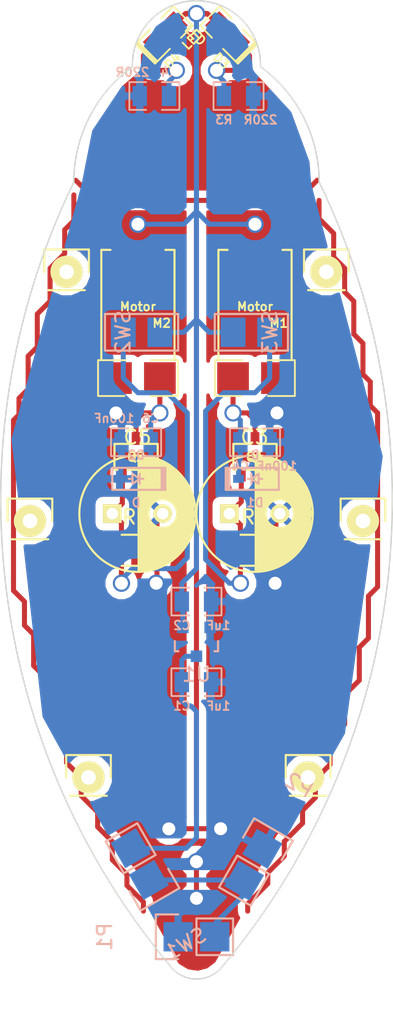
<source format=kicad_pcb>
(kicad_pcb (version 20171130) (host pcbnew "(5.1.12)-1")

  (general
    (thickness 1.6)
    (drawings 7)
    (tracks 239)
    (zones 0)
    (modules 30)
    (nets 11)
  )

  (page A4)
  (layers
    (0 F.Cu signal)
    (31 B.Cu signal)
    (32 B.Adhes user)
    (33 F.Adhes user)
    (34 B.Paste user)
    (35 F.Paste user)
    (36 B.SilkS user)
    (37 F.SilkS user)
    (38 B.Mask user)
    (39 F.Mask user)
    (40 Dwgs.User user)
    (41 Cmts.User user)
    (42 Eco1.User user)
    (43 Eco2.User user)
    (44 Edge.Cuts user)
    (45 Margin user)
    (46 B.CrtYd user)
    (47 F.CrtYd user)
    (48 B.Fab user)
    (49 F.Fab user)
  )

  (setup
    (last_trace_width 0.35)
    (trace_clearance 0.2)
    (zone_clearance 0.508)
    (zone_45_only no)
    (trace_min 0.2)
    (via_size 1.2)
    (via_drill 0.9)
    (via_min_size 0.4)
    (via_min_drill 0.3)
    (uvia_size 0.3)
    (uvia_drill 0.1)
    (uvias_allowed no)
    (uvia_min_size 0.2)
    (uvia_min_drill 0.1)
    (edge_width 0.1)
    (segment_width 0.1)
    (pcb_text_width 0.3)
    (pcb_text_size 1.5 1.5)
    (mod_edge_width 0.15)
    (mod_text_size 1 1)
    (mod_text_width 0.15)
    (pad_size 2.2352 2.2352)
    (pad_drill 1.016)
    (pad_to_mask_clearance 0)
    (aux_axis_origin 0 0)
    (visible_elements 7FFFFFFF)
    (pcbplotparams
      (layerselection 0x01000_80000001)
      (usegerberextensions false)
      (usegerberattributes true)
      (usegerberadvancedattributes true)
      (creategerberjobfile true)
      (excludeedgelayer true)
      (linewidth 0.100000)
      (plotframeref false)
      (viasonmask false)
      (mode 1)
      (useauxorigin false)
      (hpglpennumber 1)
      (hpglpenspeed 20)
      (hpglpendiameter 15.000000)
      (psnegative false)
      (psa4output false)
      (plotreference true)
      (plotvalue true)
      (plotinvisibletext false)
      (padsonsilk false)
      (subtractmaskfromsilk false)
      (outputformat 1)
      (mirror false)
      (drillshape 0)
      (scaleselection 1)
      (outputdirectory "gerbers/"))
  )

  (net 0 "")
  (net 1 "Net-(C1-Pad1)")
  (net 2 "Net-(C3-Pad1)")
  (net 3 "Net-(C4-Pad1)")
  (net 4 "Net-(C5-Pad1)")
  (net 5 "Net-(C6-Pad1)")
  (net 6 "Net-(D3-Pad1)")
  (net 7 "Net-(D4-Pad1)")
  (net 8 +3V3)
  (net 9 +BATT)
  (net 10 GND)

  (net_class Default "This is the default net class."
    (clearance 0.2)
    (trace_width 0.35)
    (via_dia 1.2)
    (via_drill 0.9)
    (uvia_dia 0.3)
    (uvia_drill 0.1)
    (add_net +3V3)
    (add_net +BATT)
    (add_net GND)
    (add_net "Net-(C1-Pad1)")
    (add_net "Net-(C3-Pad1)")
    (add_net "Net-(C4-Pad1)")
    (add_net "Net-(C5-Pad1)")
    (add_net "Net-(C6-Pad1)")
    (add_net "Net-(D3-Pad1)")
    (add_net "Net-(D4-Pad1)")
  )

  (module "BITxo module library:Pin_Header_Straight_1x01" (layer F.Cu) (tedit 55DB9B02) (tstamp 55DB9DB4)
    (at 142.24 56.134)
    (descr "Through hole pin header")
    (tags "pin header")
    (fp_text reference "" (at 0 -5.1) (layer F.SilkS)
      (effects (font (size 1 1) (thickness 0.15)))
    )
    (fp_text value "" (at 0 -3.1) (layer F.Fab)
      (effects (font (size 1 1) (thickness 0.15)))
    )
    (fp_line (start -1.27 1.27) (end 1.27 1.27) (layer F.SilkS) (width 0.15))
    (fp_line (start -1.55 -1.55) (end 1.55 -1.55) (layer F.SilkS) (width 0.15))
    (fp_line (start -1.55 0) (end -1.55 -1.55) (layer F.SilkS) (width 0.15))
    (fp_line (start -1.75 1.75) (end 1.75 1.75) (layer F.CrtYd) (width 0.05))
    (fp_line (start -1.75 -1.75) (end 1.75 -1.75) (layer F.CrtYd) (width 0.05))
    (fp_line (start 1.75 -1.75) (end 1.75 1.75) (layer F.CrtYd) (width 0.05))
    (fp_line (start -1.75 -1.75) (end -1.75 1.75) (layer F.CrtYd) (width 0.05))
    (fp_line (start 1.55 -1.55) (end 1.55 0) (layer F.SilkS) (width 0.15))
    (pad 1 thru_hole circle (at 0 0) (size 2.2352 2.2352) (drill 1.016) (layers *.Cu *.Mask F.SilkS))
    (model Pin_Headers.3dshapes/Pin_Header_Straight_1x01.wrl
      (at (xyz 0 0 0))
      (scale (xyz 1 1 1))
      (rotate (xyz 0 0 90))
    )
  )

  (module "BITxo module library:Pin_Header_Straight_1x01" (layer F.Cu) (tedit 55DB9B02) (tstamp 55DB9DA6)
    (at 143.764 91.186)
    (descr "Through hole pin header")
    (tags "pin header")
    (fp_text reference "" (at 0 -5.1) (layer F.SilkS)
      (effects (font (size 1 1) (thickness 0.15)))
    )
    (fp_text value "" (at 0 -3.1) (layer F.Fab)
      (effects (font (size 1 1) (thickness 0.15)))
    )
    (fp_line (start -1.27 1.27) (end 1.27 1.27) (layer F.SilkS) (width 0.15))
    (fp_line (start -1.55 -1.55) (end 1.55 -1.55) (layer F.SilkS) (width 0.15))
    (fp_line (start -1.55 0) (end -1.55 -1.55) (layer F.SilkS) (width 0.15))
    (fp_line (start -1.75 1.75) (end 1.75 1.75) (layer F.CrtYd) (width 0.05))
    (fp_line (start -1.75 -1.75) (end 1.75 -1.75) (layer F.CrtYd) (width 0.05))
    (fp_line (start 1.75 -1.75) (end 1.75 1.75) (layer F.CrtYd) (width 0.05))
    (fp_line (start -1.75 -1.75) (end -1.75 1.75) (layer F.CrtYd) (width 0.05))
    (fp_line (start 1.55 -1.55) (end 1.55 0) (layer F.SilkS) (width 0.15))
    (pad 1 thru_hole circle (at 0 0) (size 2.2352 2.2352) (drill 1.016) (layers *.Cu *.Mask F.SilkS))
    (model Pin_Headers.3dshapes/Pin_Header_Straight_1x01.wrl
      (at (xyz 0 0 0))
      (scale (xyz 1 1 1))
      (rotate (xyz 0 0 90))
    )
  )

  (module "BITxo module library:Pin_Header_Straight_1x01" (layer F.Cu) (tedit 55DB9B02) (tstamp 55DB9D7E)
    (at 160.274 56.134)
    (descr "Through hole pin header")
    (tags "pin header")
    (fp_text reference "" (at 0 -5.1) (layer F.SilkS)
      (effects (font (size 1 1) (thickness 0.15)))
    )
    (fp_text value "" (at 0 -3.1) (layer F.Fab)
      (effects (font (size 1 1) (thickness 0.15)))
    )
    (fp_line (start -1.27 1.27) (end 1.27 1.27) (layer F.SilkS) (width 0.15))
    (fp_line (start -1.55 -1.55) (end 1.55 -1.55) (layer F.SilkS) (width 0.15))
    (fp_line (start -1.55 0) (end -1.55 -1.55) (layer F.SilkS) (width 0.15))
    (fp_line (start -1.75 1.75) (end 1.75 1.75) (layer F.CrtYd) (width 0.05))
    (fp_line (start -1.75 -1.75) (end 1.75 -1.75) (layer F.CrtYd) (width 0.05))
    (fp_line (start 1.75 -1.75) (end 1.75 1.75) (layer F.CrtYd) (width 0.05))
    (fp_line (start -1.75 -1.75) (end -1.75 1.75) (layer F.CrtYd) (width 0.05))
    (fp_line (start 1.55 -1.55) (end 1.55 0) (layer F.SilkS) (width 0.15))
    (pad 1 thru_hole circle (at 0 0) (size 2.2352 2.2352) (drill 1.016) (layers *.Cu *.Mask F.SilkS))
    (model Pin_Headers.3dshapes/Pin_Header_Straight_1x01.wrl
      (at (xyz 0 0 0))
      (scale (xyz 1 1 1))
      (rotate (xyz 0 0 90))
    )
  )

  (module "BITxo module library:Pin_Header_Straight_1x01" (layer F.Cu) (tedit 55DB9B02) (tstamp 55DB9D64)
    (at 159.004 91.186)
    (descr "Through hole pin header")
    (tags "pin header")
    (fp_text reference "" (at 0 -5.1) (layer F.SilkS)
      (effects (font (size 1 1) (thickness 0.15)))
    )
    (fp_text value "" (at 0 -3.1) (layer F.Fab)
      (effects (font (size 1 1) (thickness 0.15)))
    )
    (fp_line (start -1.27 1.27) (end 1.27 1.27) (layer F.SilkS) (width 0.15))
    (fp_line (start -1.55 -1.55) (end 1.55 -1.55) (layer F.SilkS) (width 0.15))
    (fp_line (start -1.55 0) (end -1.55 -1.55) (layer F.SilkS) (width 0.15))
    (fp_line (start -1.75 1.75) (end 1.75 1.75) (layer F.CrtYd) (width 0.05))
    (fp_line (start -1.75 -1.75) (end 1.75 -1.75) (layer F.CrtYd) (width 0.05))
    (fp_line (start 1.75 -1.75) (end 1.75 1.75) (layer F.CrtYd) (width 0.05))
    (fp_line (start -1.75 -1.75) (end -1.75 1.75) (layer F.CrtYd) (width 0.05))
    (fp_line (start 1.55 -1.55) (end 1.55 0) (layer F.SilkS) (width 0.15))
    (pad 1 thru_hole circle (at 0 0) (size 2.2352 2.2352) (drill 1.016) (layers *.Cu *.Mask F.SilkS))
    (model Pin_Headers.3dshapes/Pin_Header_Straight_1x01.wrl
      (at (xyz 0 0 0))
      (scale (xyz 1 1 1))
      (rotate (xyz 0 0 90))
    )
  )

  (module "BITxo module library:Pin_Header_Straight_1x01" (layer F.Cu) (tedit 55DB9B02) (tstamp 55DB9D57)
    (at 139.7 73.406)
    (descr "Through hole pin header")
    (tags "pin header")
    (fp_text reference "" (at 0 -5.1) (layer F.SilkS)
      (effects (font (size 1 1) (thickness 0.15)))
    )
    (fp_text value "" (at 0 -3.1) (layer F.Fab)
      (effects (font (size 1 1) (thickness 0.15)))
    )
    (fp_line (start -1.27 1.27) (end 1.27 1.27) (layer F.SilkS) (width 0.15))
    (fp_line (start -1.55 -1.55) (end 1.55 -1.55) (layer F.SilkS) (width 0.15))
    (fp_line (start -1.55 0) (end -1.55 -1.55) (layer F.SilkS) (width 0.15))
    (fp_line (start -1.75 1.75) (end 1.75 1.75) (layer F.CrtYd) (width 0.05))
    (fp_line (start -1.75 -1.75) (end 1.75 -1.75) (layer F.CrtYd) (width 0.05))
    (fp_line (start 1.75 -1.75) (end 1.75 1.75) (layer F.CrtYd) (width 0.05))
    (fp_line (start -1.75 -1.75) (end -1.75 1.75) (layer F.CrtYd) (width 0.05))
    (fp_line (start 1.55 -1.55) (end 1.55 0) (layer F.SilkS) (width 0.15))
    (pad 1 thru_hole circle (at 0 0) (size 2.2352 2.2352) (drill 1.016) (layers *.Cu *.Mask F.SilkS))
    (model Pin_Headers.3dshapes/Pin_Header_Straight_1x01.wrl
      (at (xyz 0 0 0))
      (scale (xyz 1 1 1))
      (rotate (xyz 0 0 90))
    )
  )

  (module "BITxo module library:SMD0805_LED" (layer F.Cu) (tedit 55521B77) (tstamp 55D8DE8C)
    (at 149.098 39.624 45)
    (path /55D991C9)
    (attr smd)
    (fp_text reference D4 (at -0.987828 1.706249 45) (layer F.SilkS)
      (effects (font (size 0.6 0.6) (thickness 0.127)))
    )
    (fp_text value LED (at 1.077631 1.616446 225) (layer F.SilkS)
      (effects (font (size 0.6 0.6) (thickness 0.127)))
    )
    (fp_line (start 1.7335 0.962) (end 0.5715 0.962) (layer F.SilkS) (width 0.127))
    (fp_line (start 1.7375 -0.962) (end 1.7375 0.95) (layer F.SilkS) (width 0.127))
    (fp_line (start 0.5715 -0.962) (end 1.7335 -0.962) (layer F.SilkS) (width 0.127))
    (fp_line (start -1.924 -0.962) (end -0.52 -0.962) (layer F.SilkS) (width 0.127))
    (fp_line (start -1.7375 0.95) (end -1.7375 -0.962) (layer F.SilkS) (width 0.127))
    (fp_line (start -0.52 0.962) (end -1.924 0.962) (layer F.SilkS) (width 0.127))
    (fp_line (start -1.8415 -0.9525) (end -1.8415 0.9525) (layer F.SilkS) (width 0.15))
    (fp_line (start -1.9685 -0.9525) (end -1.9685 0.9525) (layer F.SilkS) (width 0.15))
    (pad 1 smd rect (at -1.016 0 45) (size 1 1.397) (layers F.Cu F.Paste F.Mask)
      (net 7 "Net-(D4-Pad1)"))
    (pad 2 smd rect (at 1.016 0 45) (size 1 1.397) (layers F.Cu F.Paste F.Mask)
      (net 8 +3V3))
    (model smd/chip_cms.wrl
      (at (xyz 0 0 0))
      (scale (xyz 0.1 0.1 0.1))
      (rotate (xyz 0 0 0))
    )
  )

  (module "BITxo module library:SMD0805" (layer B.Cu) (tedit 555880A8) (tstamp 55D8DE06)
    (at 151.257 84.582)
    (path /55D8E9CF)
    (attr smd)
    (fp_text reference C1 (at -1.016 1.651) (layer B.SilkS)
      (effects (font (size 0.6 0.6) (thickness 0.127)) (justify mirror))
    )
    (fp_text value 1uF (at 1.524 1.651 180) (layer B.SilkS)
      (effects (font (size 0.6 0.6) (thickness 0.127)) (justify mirror))
    )
    (fp_line (start 1.7335 -0.962) (end 0.5715 -0.962) (layer B.SilkS) (width 0.127))
    (fp_line (start 1.7375 0.962) (end 1.7375 -0.95) (layer B.SilkS) (width 0.127))
    (fp_line (start 0.5715 0.962) (end 1.7335 0.962) (layer B.SilkS) (width 0.127))
    (fp_line (start -1.724 0.962) (end -0.52 0.962) (layer B.SilkS) (width 0.127))
    (fp_line (start -1.7375 -0.95) (end -1.7375 0.962) (layer B.SilkS) (width 0.127))
    (fp_line (start -0.52 -0.962) (end -1.724 -0.962) (layer B.SilkS) (width 0.127))
    (pad 1 smd rect (at -1.016 0) (size 1 1.397) (layers B.Cu B.Paste B.Mask)
      (net 1 "Net-(C1-Pad1)"))
    (pad 2 smd rect (at 1.016 0) (size 1 1.397) (layers B.Cu B.Paste B.Mask)
      (net 10 GND))
    (model smd/chip_cms.wrl
      (at (xyz 0 0 0))
      (scale (xyz 0.1 0.1 0.1))
      (rotate (xyz 0 0 0))
    )
  )

  (module "BITxo module library:SMD0805" (layer B.Cu) (tedit 555880A8) (tstamp 55D8DE12)
    (at 151.257 78.994)
    (path /55D8EAA8)
    (attr smd)
    (fp_text reference C2 (at -1.016 1.651) (layer B.SilkS)
      (effects (font (size 0.6 0.6) (thickness 0.127)) (justify mirror))
    )
    (fp_text value 1uF (at 1.524 1.651 180) (layer B.SilkS)
      (effects (font (size 0.6 0.6) (thickness 0.127)) (justify mirror))
    )
    (fp_line (start 1.7335 -0.962) (end 0.5715 -0.962) (layer B.SilkS) (width 0.127))
    (fp_line (start 1.7375 0.962) (end 1.7375 -0.95) (layer B.SilkS) (width 0.127))
    (fp_line (start 0.5715 0.962) (end 1.7335 0.962) (layer B.SilkS) (width 0.127))
    (fp_line (start -1.724 0.962) (end -0.52 0.962) (layer B.SilkS) (width 0.127))
    (fp_line (start -1.7375 -0.95) (end -1.7375 0.962) (layer B.SilkS) (width 0.127))
    (fp_line (start -0.52 -0.962) (end -1.724 -0.962) (layer B.SilkS) (width 0.127))
    (pad 1 smd rect (at -1.016 0) (size 1 1.397) (layers B.Cu B.Paste B.Mask)
      (net 8 +3V3))
    (pad 2 smd rect (at 1.016 0) (size 1 1.397) (layers B.Cu B.Paste B.Mask)
      (net 10 GND))
    (model smd/chip_cms.wrl
      (at (xyz 0 0 0))
      (scale (xyz 0.1 0.1 0.1))
      (rotate (xyz 0 0 0))
    )
  )

  (module "BITxo module library:SMD0805" (layer B.Cu) (tedit 555880A8) (tstamp 55D8DE2A)
    (at 155.321 67.945)
    (path /55D89100)
    (attr smd)
    (fp_text reference C4 (at -1.016 1.651) (layer B.SilkS)
      (effects (font (size 0.6 0.6) (thickness 0.127)) (justify mirror))
    )
    (fp_text value 100nF (at 1.524 1.651 180) (layer B.SilkS)
      (effects (font (size 0.6 0.6) (thickness 0.127)) (justify mirror))
    )
    (fp_line (start 1.7335 -0.962) (end 0.5715 -0.962) (layer B.SilkS) (width 0.127))
    (fp_line (start 1.7375 0.962) (end 1.7375 -0.95) (layer B.SilkS) (width 0.127))
    (fp_line (start 0.5715 0.962) (end 1.7335 0.962) (layer B.SilkS) (width 0.127))
    (fp_line (start -1.724 0.962) (end -0.52 0.962) (layer B.SilkS) (width 0.127))
    (fp_line (start -1.7375 -0.95) (end -1.7375 0.962) (layer B.SilkS) (width 0.127))
    (fp_line (start -0.52 -0.962) (end -1.724 -0.962) (layer B.SilkS) (width 0.127))
    (pad 1 smd rect (at -1.016 0) (size 1 1.397) (layers B.Cu B.Paste B.Mask)
      (net 3 "Net-(C4-Pad1)"))
    (pad 2 smd rect (at 1.016 0) (size 1 1.397) (layers B.Cu B.Paste B.Mask)
      (net 10 GND))
    (model smd/chip_cms.wrl
      (at (xyz 0 0 0))
      (scale (xyz 0.1 0.1 0.1))
      (rotate (xyz 0 0 0))
    )
  )

  (module "BITxo module library:SMD0805" (layer B.Cu) (tedit 555880A8) (tstamp 55D8DE42)
    (at 147.066 67.945 180)
    (path /55D8BAE2)
    (attr smd)
    (fp_text reference C6 (at -1.016 1.651 180) (layer B.SilkS)
      (effects (font (size 0.6 0.6) (thickness 0.127)) (justify mirror))
    )
    (fp_text value 100nF (at 1.524 1.651) (layer B.SilkS)
      (effects (font (size 0.6 0.6) (thickness 0.127)) (justify mirror))
    )
    (fp_line (start 1.7335 -0.962) (end 0.5715 -0.962) (layer B.SilkS) (width 0.127))
    (fp_line (start 1.7375 0.962) (end 1.7375 -0.95) (layer B.SilkS) (width 0.127))
    (fp_line (start 0.5715 0.962) (end 1.7335 0.962) (layer B.SilkS) (width 0.127))
    (fp_line (start -1.724 0.962) (end -0.52 0.962) (layer B.SilkS) (width 0.127))
    (fp_line (start -1.7375 -0.95) (end -1.7375 0.962) (layer B.SilkS) (width 0.127))
    (fp_line (start -0.52 -0.962) (end -1.724 -0.962) (layer B.SilkS) (width 0.127))
    (pad 1 smd rect (at -1.016 0 180) (size 1 1.397) (layers B.Cu B.Paste B.Mask)
      (net 5 "Net-(C6-Pad1)"))
    (pad 2 smd rect (at 1.016 0 180) (size 1 1.397) (layers B.Cu B.Paste B.Mask)
      (net 10 GND))
    (model smd/chip_cms.wrl
      (at (xyz 0 0 0))
      (scale (xyz 0.1 0.1 0.1))
      (rotate (xyz 0 0 0))
    )
  )

  (module "BITxo module library:SOD-323" (layer B.Cu) (tedit 5551F9BF) (tstamp 55D8DE59)
    (at 155.321 70.485)
    (descr SOD-323)
    (tags SOD-323)
    (path /55D89018)
    (attr smd)
    (fp_text reference D1 (at 0 1.651) (layer B.SilkS)
      (effects (font (size 0.6 0.6) (thickness 0.127)) (justify mirror))
    )
    (fp_text value D (at 0 -1.651) (layer B.SilkS)
      (effects (font (size 0.6 0.6) (thickness 0.127)) (justify mirror))
    )
    (fp_line (start -1.6905 0.95) (end -1.6905 -0.95) (layer B.CrtYd) (width 0.05))
    (fp_line (start -1.6905 -0.95) (end 1.63 -0.95) (layer B.CrtYd) (width 0.05))
    (fp_line (start 1.627 0.95) (end 1.627 -0.95) (layer B.CrtYd) (width 0.05))
    (fp_line (start -1.6905 0.95) (end 1.63 0.95) (layer B.CrtYd) (width 0.05))
    (fp_line (start -0.25 0.35) (end -0.25 -0.35) (layer B.SilkS) (width 0.15))
    (fp_line (start 0.25 -0.35) (end -0.25 0) (layer B.SilkS) (width 0.15))
    (fp_line (start 0.25 0.35) (end 0.25 -0.35) (layer B.SilkS) (width 0.15))
    (fp_line (start -0.25 0) (end 0.25 0.35) (layer B.SilkS) (width 0.15))
    (fp_line (start -0.25 0) (end -0.5 0) (layer B.SilkS) (width 0.15))
    (fp_line (start 0.25 0) (end 0.5 0) (layer B.SilkS) (width 0.15))
    (fp_line (start 1.651 -0.762) (end -2.032 -0.762) (layer B.SilkS) (width 0.15))
    (fp_line (start -1.905 0.762) (end 1.651 0.762) (layer B.SilkS) (width 0.15))
    (fp_line (start 1.651 0.762) (end 1.651 -0.762) (layer B.SilkS) (width 0.15))
    (fp_line (start -1.778 0.762) (end -1.778 -0.762) (layer B.SilkS) (width 0.15))
    (fp_line (start -1.905 -0.762) (end -1.905 0.762) (layer B.SilkS) (width 0.15))
    (fp_line (start -2.032 0.762) (end -2.032 -0.762) (layer B.SilkS) (width 0.15))
    (fp_line (start -2.032 0.762) (end -1.778 0.762) (layer B.SilkS) (width 0.15))
    (pad 1 smd rect (at -1.143 0) (size 0.75 0.55) (layers B.Cu B.Paste B.Mask)
      (net 3 "Net-(C4-Pad1)"))
    (pad 2 smd rect (at 1.143 0) (size 0.75 0.55) (layers B.Cu B.Paste B.Mask)
      (net 10 GND))
  )

  (module "BITxo module library:SOD-323" (layer B.Cu) (tedit 5551F9BF) (tstamp 55D8DE70)
    (at 147.066 70.485 180)
    (descr SOD-323)
    (tags SOD-323)
    (path /55D8BAD6)
    (attr smd)
    (fp_text reference D2 (at 0 1.651 180) (layer B.SilkS)
      (effects (font (size 0.6 0.6) (thickness 0.127)) (justify mirror))
    )
    (fp_text value D (at 0 -1.651 180) (layer B.SilkS)
      (effects (font (size 0.6 0.6) (thickness 0.127)) (justify mirror))
    )
    (fp_line (start -1.6905 0.95) (end -1.6905 -0.95) (layer B.CrtYd) (width 0.05))
    (fp_line (start -1.6905 -0.95) (end 1.63 -0.95) (layer B.CrtYd) (width 0.05))
    (fp_line (start 1.627 0.95) (end 1.627 -0.95) (layer B.CrtYd) (width 0.05))
    (fp_line (start -1.6905 0.95) (end 1.63 0.95) (layer B.CrtYd) (width 0.05))
    (fp_line (start -0.25 0.35) (end -0.25 -0.35) (layer B.SilkS) (width 0.15))
    (fp_line (start 0.25 -0.35) (end -0.25 0) (layer B.SilkS) (width 0.15))
    (fp_line (start 0.25 0.35) (end 0.25 -0.35) (layer B.SilkS) (width 0.15))
    (fp_line (start -0.25 0) (end 0.25 0.35) (layer B.SilkS) (width 0.15))
    (fp_line (start -0.25 0) (end -0.5 0) (layer B.SilkS) (width 0.15))
    (fp_line (start 0.25 0) (end 0.5 0) (layer B.SilkS) (width 0.15))
    (fp_line (start 1.651 -0.762) (end -2.032 -0.762) (layer B.SilkS) (width 0.15))
    (fp_line (start -1.905 0.762) (end 1.651 0.762) (layer B.SilkS) (width 0.15))
    (fp_line (start 1.651 0.762) (end 1.651 -0.762) (layer B.SilkS) (width 0.15))
    (fp_line (start -1.778 0.762) (end -1.778 -0.762) (layer B.SilkS) (width 0.15))
    (fp_line (start -1.905 -0.762) (end -1.905 0.762) (layer B.SilkS) (width 0.15))
    (fp_line (start -2.032 0.762) (end -2.032 -0.762) (layer B.SilkS) (width 0.15))
    (fp_line (start -2.032 0.762) (end -1.778 0.762) (layer B.SilkS) (width 0.15))
    (pad 1 smd rect (at -1.143 0 180) (size 0.75 0.55) (layers B.Cu B.Paste B.Mask)
      (net 5 "Net-(C6-Pad1)"))
    (pad 2 smd rect (at 1.143 0 180) (size 0.75 0.55) (layers B.Cu B.Paste B.Mask)
      (net 10 GND))
  )

  (module "BITxo module library:SMD0805_LED" (layer F.Cu) (tedit 55521B77) (tstamp 55D8DE7E)
    (at 153.416 39.624 135)
    (path /55D98863)
    (attr smd)
    (fp_text reference D3 (at -1.016 -1.651 135) (layer F.SilkS)
      (effects (font (size 0.6 0.6) (thickness 0.127)))
    )
    (fp_text value LED (at 1.524 -1.651 315) (layer F.SilkS)
      (effects (font (size 0.6 0.6) (thickness 0.127)))
    )
    (fp_line (start 1.7335 0.962) (end 0.5715 0.962) (layer F.SilkS) (width 0.127))
    (fp_line (start 1.7375 -0.962) (end 1.7375 0.95) (layer F.SilkS) (width 0.127))
    (fp_line (start 0.5715 -0.962) (end 1.7335 -0.962) (layer F.SilkS) (width 0.127))
    (fp_line (start -1.924 -0.962) (end -0.52 -0.962) (layer F.SilkS) (width 0.127))
    (fp_line (start -1.7375 0.95) (end -1.7375 -0.962) (layer F.SilkS) (width 0.127))
    (fp_line (start -0.52 0.962) (end -1.924 0.962) (layer F.SilkS) (width 0.127))
    (fp_line (start -1.8415 -0.9525) (end -1.8415 0.9525) (layer F.SilkS) (width 0.15))
    (fp_line (start -1.9685 -0.9525) (end -1.9685 0.9525) (layer F.SilkS) (width 0.15))
    (pad 1 smd rect (at -1.016 0 135) (size 1 1.397) (layers F.Cu F.Paste F.Mask)
      (net 6 "Net-(D3-Pad1)"))
    (pad 2 smd rect (at 1.016 0 135) (size 1 1.397) (layers F.Cu F.Paste F.Mask)
      (net 8 +3V3))
    (model smd/chip_cms.wrl
      (at (xyz 0 0 0))
      (scale (xyz 0.1 0.1 0.1))
      (rotate (xyz 0 0 0))
    )
  )

  (module "BITxo module library:Vibration_motor" (layer F.Cu) (tedit 555B8614) (tstamp 55D8DE9C)
    (at 155.321 63.5)
    (path /55D88F94)
    (attr smd)
    (fp_text reference M1 (at 1.651 -3.81 180) (layer F.SilkS)
      (effects (font (size 0.6 0.6) (thickness 0.127)))
    )
    (fp_text value Motor (at 0 -4.953 180) (layer F.SilkS)
      (effects (font (size 0.6 0.6) (thickness 0.127)))
    )
    (fp_line (start -0.889 -1.243) (end -2.74 -1.243) (layer F.SilkS) (width 0.127))
    (fp_line (start 2.74 1.243) (end 0.889 1.243) (layer F.SilkS) (width 0.127))
    (fp_line (start 2.767 -1.243) (end 2.767 1.243) (layer F.SilkS) (width 0.127))
    (fp_line (start 0.889 -1.243) (end 2.74 -1.243) (layer F.SilkS) (width 0.127))
    (fp_line (start -2.74 1.243) (end -0.939 1.243) (layer F.SilkS) (width 0.127))
    (fp_line (start -2.767 -1.243) (end -2.767 1.243) (layer F.SilkS) (width 0.127))
    (fp_line (start 1.905 -8.89) (end 2.54 -8.89) (layer F.SilkS) (width 0.15))
    (fp_line (start -1.905 -8.89) (end -2.54 -8.89) (layer F.SilkS) (width 0.15))
    (fp_line (start 2.54 -8.89) (end 2.54 -1.27) (layer F.SilkS) (width 0.15))
    (fp_line (start -2.54 -8.89) (end -2.54 -1.27) (layer F.SilkS) (width 0.15))
    (pad 1 smd rect (at -1.524 0) (size 2.2 2.2) (layers F.Cu F.Paste F.Mask)
      (net 3 "Net-(C4-Pad1)"))
    (pad 2 smd rect (at 1.524 0) (size 2.2 2.2) (layers F.Cu F.Paste F.Mask)
      (net 10 GND))
    (model smd/chip_cms.wrl
      (at (xyz 0 0 0))
      (scale (xyz 0.17 0.16 0.16))
      (rotate (xyz 0 0 0))
    )
  )

  (module "BITxo module library:Vibration_motor" (layer F.Cu) (tedit 555B8614) (tstamp 55D8DEAC)
    (at 147.193 63.5)
    (path /55D8BAD0)
    (attr smd)
    (fp_text reference M2 (at 1.651 -3.81 180) (layer F.SilkS)
      (effects (font (size 0.6 0.6) (thickness 0.127)))
    )
    (fp_text value Motor (at 0 -4.953 180) (layer F.SilkS)
      (effects (font (size 0.6 0.6) (thickness 0.127)))
    )
    (fp_line (start -0.889 -1.243) (end -2.74 -1.243) (layer F.SilkS) (width 0.127))
    (fp_line (start 2.74 1.243) (end 0.889 1.243) (layer F.SilkS) (width 0.127))
    (fp_line (start 2.767 -1.243) (end 2.767 1.243) (layer F.SilkS) (width 0.127))
    (fp_line (start 0.889 -1.243) (end 2.74 -1.243) (layer F.SilkS) (width 0.127))
    (fp_line (start -2.74 1.243) (end -0.939 1.243) (layer F.SilkS) (width 0.127))
    (fp_line (start -2.767 -1.243) (end -2.767 1.243) (layer F.SilkS) (width 0.127))
    (fp_line (start 1.905 -8.89) (end 2.54 -8.89) (layer F.SilkS) (width 0.15))
    (fp_line (start -1.905 -8.89) (end -2.54 -8.89) (layer F.SilkS) (width 0.15))
    (fp_line (start 2.54 -8.89) (end 2.54 -1.27) (layer F.SilkS) (width 0.15))
    (fp_line (start -2.54 -8.89) (end -2.54 -1.27) (layer F.SilkS) (width 0.15))
    (pad 1 smd rect (at -1.524 0) (size 2.2 2.2) (layers F.Cu F.Paste F.Mask)
      (net 10 GND))
    (pad 2 smd rect (at 1.524 0) (size 2.2 2.2) (layers F.Cu F.Paste F.Mask)
      (net 5 "Net-(C6-Pad1)"))
    (model smd/chip_cms.wrl
      (at (xyz 0 0 0))
      (scale (xyz 0.17 0.16 0.16))
      (rotate (xyz 0 0 0))
    )
  )

  (module "BITxo module library:SOT23-5_MOD_PINOUT" (layer F.Cu) (tedit 55489E44) (tstamp 55D8DEEF)
    (at 155.321 68.961)
    (tags SOT23-5_Opendous)
    (path /55D88D10)
    (attr smd)
    (fp_text reference Q1 (at 0 0) (layer F.SilkS)
      (effects (font (size 0.6096 0.6096) (thickness 0.1524)))
    )
    (fp_text value P-MOSFET (at -1.524 0 90) (layer F.SilkS) hide
      (effects (font (size 0.127 0.127) (thickness 0.00254)))
    )
    (fp_line (start 1.50114 0.89916) (end 1.50114 -0.89916) (layer F.SilkS) (width 0.1524))
    (fp_line (start 1.50114 -0.89916) (end 1.30048 -0.89916) (layer F.SilkS) (width 0.1524))
    (fp_line (start 1.50114 0.89916) (end 1.30048 0.89916) (layer F.SilkS) (width 0.1524))
    (fp_line (start -1.50114 0.89916) (end -1.30048 0.89916) (layer F.SilkS) (width 0.1524))
    (fp_line (start -1.50114 -0.89916) (end -1.50114 0.89916) (layer F.SilkS) (width 0.1524))
    (fp_line (start -1.50114 -0.89916) (end -1.30048 -0.89916) (layer F.SilkS) (width 0.1524))
    (fp_line (start 1.30048 -0.89916) (end 0.29972 -0.89916) (layer F.SilkS) (width 0.1524))
    (fp_line (start -1.30048 -0.89916) (end -0.29972 -0.89916) (layer F.SilkS) (width 0.1524))
    (fp_line (start -0.59944 0.89916) (end 0.59944 0.89916) (layer F.SilkS) (width 0.1524))
    (pad 3 smd rect (at 0.9525 1.27) (size 0.6096 0.889) (layers F.Cu F.Paste F.Mask)
      (net 8 +3V3))
    (pad 2 smd rect (at -0.9525 1.27) (size 0.6096 0.889) (layers F.Cu F.Paste F.Mask)
      (net 2 "Net-(C3-Pad1)"))
    (pad 1 smd rect (at 0 -1.27) (size 0.6096 0.889) (layers F.Cu F.Paste F.Mask)
      (net 3 "Net-(C4-Pad1)"))
    (model techno/SOT23_6.wrl
      (offset (xyz 0 0 0.02539999961853028))
      (scale (xyz 0.3937 0.3937 0.3937))
      (rotate (xyz -90 0 0))
    )
  )

  (module "BITxo module library:SOT23-5_MOD_PINOUT" (layer F.Cu) (tedit 55489E44) (tstamp 55D8DEFF)
    (at 147.066 68.961)
    (tags SOT23-5_Opendous)
    (path /55D8BACA)
    (attr smd)
    (fp_text reference Q2 (at 0 0) (layer F.SilkS)
      (effects (font (size 0.6096 0.6096) (thickness 0.1524)))
    )
    (fp_text value P-MOSFET (at -1.524 0 90) (layer F.SilkS) hide
      (effects (font (size 0.127 0.127) (thickness 0.00254)))
    )
    (fp_line (start 1.50114 0.89916) (end 1.50114 -0.89916) (layer F.SilkS) (width 0.1524))
    (fp_line (start 1.50114 -0.89916) (end 1.30048 -0.89916) (layer F.SilkS) (width 0.1524))
    (fp_line (start 1.50114 0.89916) (end 1.30048 0.89916) (layer F.SilkS) (width 0.1524))
    (fp_line (start -1.50114 0.89916) (end -1.30048 0.89916) (layer F.SilkS) (width 0.1524))
    (fp_line (start -1.50114 -0.89916) (end -1.50114 0.89916) (layer F.SilkS) (width 0.1524))
    (fp_line (start -1.50114 -0.89916) (end -1.30048 -0.89916) (layer F.SilkS) (width 0.1524))
    (fp_line (start 1.30048 -0.89916) (end 0.29972 -0.89916) (layer F.SilkS) (width 0.1524))
    (fp_line (start -1.30048 -0.89916) (end -0.29972 -0.89916) (layer F.SilkS) (width 0.1524))
    (fp_line (start -0.59944 0.89916) (end 0.59944 0.89916) (layer F.SilkS) (width 0.1524))
    (pad 3 smd rect (at 0.9525 1.27) (size 0.6096 0.889) (layers F.Cu F.Paste F.Mask)
      (net 8 +3V3))
    (pad 2 smd rect (at -0.9525 1.27) (size 0.6096 0.889) (layers F.Cu F.Paste F.Mask)
      (net 4 "Net-(C5-Pad1)"))
    (pad 1 smd rect (at 0 -1.27) (size 0.6096 0.889) (layers F.Cu F.Paste F.Mask)
      (net 5 "Net-(C6-Pad1)"))
    (model techno/SOT23_6.wrl
      (offset (xyz 0 0 0.02539999961853028))
      (scale (xyz 0.3937 0.3937 0.3937))
      (rotate (xyz -90 0 0))
    )
  )

  (module "BITxo module library:SMD0805" (layer B.Cu) (tedit 555880A8) (tstamp 55D8DF23)
    (at 154.178 43.942)
    (path /55D98AA3)
    (attr smd)
    (fp_text reference R3 (at -1.016 1.651) (layer B.SilkS)
      (effects (font (size 0.6 0.6) (thickness 0.127)) (justify mirror))
    )
    (fp_text value 220R (at 1.524 1.651 180) (layer B.SilkS)
      (effects (font (size 0.6 0.6) (thickness 0.127)) (justify mirror))
    )
    (fp_line (start 1.7335 -0.962) (end 0.5715 -0.962) (layer B.SilkS) (width 0.127))
    (fp_line (start 1.7375 0.962) (end 1.7375 -0.95) (layer B.SilkS) (width 0.127))
    (fp_line (start 0.5715 0.962) (end 1.7335 0.962) (layer B.SilkS) (width 0.127))
    (fp_line (start -1.724 0.962) (end -0.52 0.962) (layer B.SilkS) (width 0.127))
    (fp_line (start -1.7375 -0.95) (end -1.7375 0.962) (layer B.SilkS) (width 0.127))
    (fp_line (start -0.52 -0.962) (end -1.724 -0.962) (layer B.SilkS) (width 0.127))
    (pad 1 smd rect (at -1.016 0) (size 1 1.397) (layers B.Cu B.Paste B.Mask)
      (net 6 "Net-(D3-Pad1)"))
    (pad 2 smd rect (at 1.016 0) (size 1 1.397) (layers B.Cu B.Paste B.Mask)
      (net 10 GND))
    (model smd/chip_cms.wrl
      (at (xyz 0 0 0))
      (scale (xyz 0.1 0.1 0.1))
      (rotate (xyz 0 0 0))
    )
  )

  (module "BITxo module library:SMD0805" (layer B.Cu) (tedit 555880A8) (tstamp 55D8DF2F)
    (at 148.336 43.942 180)
    (path /55D991D0)
    (attr smd)
    (fp_text reference R4 (at -1.016 1.651 180) (layer B.SilkS)
      (effects (font (size 0.6 0.6) (thickness 0.127)) (justify mirror))
    )
    (fp_text value 220R (at 1.524 1.651) (layer B.SilkS)
      (effects (font (size 0.6 0.6) (thickness 0.127)) (justify mirror))
    )
    (fp_line (start 1.7335 -0.962) (end 0.5715 -0.962) (layer B.SilkS) (width 0.127))
    (fp_line (start 1.7375 0.962) (end 1.7375 -0.95) (layer B.SilkS) (width 0.127))
    (fp_line (start 0.5715 0.962) (end 1.7335 0.962) (layer B.SilkS) (width 0.127))
    (fp_line (start -1.724 0.962) (end -0.52 0.962) (layer B.SilkS) (width 0.127))
    (fp_line (start -1.7375 -0.95) (end -1.7375 0.962) (layer B.SilkS) (width 0.127))
    (fp_line (start -0.52 -0.962) (end -1.724 -0.962) (layer B.SilkS) (width 0.127))
    (pad 1 smd rect (at -1.016 0 180) (size 1 1.397) (layers B.Cu B.Paste B.Mask)
      (net 7 "Net-(D4-Pad1)"))
    (pad 2 smd rect (at 1.016 0 180) (size 1 1.397) (layers B.Cu B.Paste B.Mask)
      (net 10 GND))
    (model smd/chip_cms.wrl
      (at (xyz 0 0 0))
      (scale (xyz 0.1 0.1 0.1))
      (rotate (xyz 0 0 0))
    )
  )

  (module Housings_SOT-23_SOT-143_TSOT-6:SOT-23 (layer B.Cu) (tedit 553634F8) (tstamp 55D8DF78)
    (at 151.257 81.788)
    (descr "SOT-23, Standard")
    (tags SOT-23)
    (path /55D8DC14)
    (attr smd)
    (fp_text reference U1 (at 0 2.25) (layer B.SilkS)
      (effects (font (size 1 1) (thickness 0.15)) (justify mirror))
    )
    (fp_text value APE8865NL-30-HF-3 (at 0 -2.3) (layer B.Fab)
      (effects (font (size 1 1) (thickness 0.15)) (justify mirror))
    )
    (fp_line (start 1.49982 0.65024) (end 1.49982 -0.0508) (layer B.SilkS) (width 0.15))
    (fp_line (start 1.29916 0.65024) (end 1.49982 0.65024) (layer B.SilkS) (width 0.15))
    (fp_line (start -1.49982 0.65024) (end -1.2509 0.65024) (layer B.SilkS) (width 0.15))
    (fp_line (start -1.49982 -0.0508) (end -1.49982 0.65024) (layer B.SilkS) (width 0.15))
    (fp_line (start 1.29916 0.65024) (end 1.2509 0.65024) (layer B.SilkS) (width 0.15))
    (fp_line (start -1.65 -1.6) (end -1.65 1.6) (layer B.CrtYd) (width 0.05))
    (fp_line (start 1.65 -1.6) (end -1.65 -1.6) (layer B.CrtYd) (width 0.05))
    (fp_line (start 1.65 1.6) (end 1.65 -1.6) (layer B.CrtYd) (width 0.05))
    (fp_line (start -1.65 1.6) (end 1.65 1.6) (layer B.CrtYd) (width 0.05))
    (pad 1 smd rect (at -0.95 -1.00076) (size 0.8001 0.8001) (layers B.Cu B.Paste B.Mask)
      (net 8 +3V3))
    (pad 2 smd rect (at 0.95 -1.00076) (size 0.8001 0.8001) (layers B.Cu B.Paste B.Mask)
      (net 10 GND))
    (pad 3 smd rect (at 0 0.99822) (size 0.8001 0.8001) (layers B.Cu B.Paste B.Mask)
      (net 1 "Net-(C1-Pad1)"))
    (model Housings_SOT-23_SOT-143_TSOT-6.3dshapes/SOT-23.wrl
      (at (xyz 0 0 0))
      (scale (xyz 1 1 1))
      (rotate (xyz 0 0 0))
    )
  )

  (module "BITxo module library:Pads_1x02" (layer B.Cu) (tedit 55D9E2E1) (tstamp 55D9E376)
    (at 147.955 98.298 30)
    (descr "Through hole pin header")
    (tags "pin header")
    (path /55D8A4D6)
    (fp_text reference SW1 (at 0 5.1 30) (layer B.SilkS)
      (effects (font (size 1 1) (thickness 0.15)) (justify mirror))
    )
    (fp_text value ON/OFF (at 0 3.1 30) (layer B.Fab)
      (effects (font (size 1 1) (thickness 0.15)) (justify mirror))
    )
    (fp_line (start -1.27 -3.81) (end 1.27 -3.81) (layer B.SilkS) (width 0.15))
    (fp_line (start -1.27 -1.27) (end -1.27 -3.81) (layer B.SilkS) (width 0.15))
    (fp_line (start -1.55 1.55) (end 1.55 1.55) (layer B.SilkS) (width 0.15))
    (fp_line (start -1.55 0) (end -1.55 1.55) (layer B.SilkS) (width 0.15))
    (fp_line (start 1.27 -1.27) (end -1.27 -1.27) (layer B.SilkS) (width 0.15))
    (fp_line (start -1.75 -4.3) (end 1.75 -4.3) (layer B.CrtYd) (width 0.05))
    (fp_line (start -1.75 1.75) (end 1.75 1.75) (layer B.CrtYd) (width 0.05))
    (fp_line (start 1.75 1.75) (end 1.75 -4.3) (layer B.CrtYd) (width 0.05))
    (fp_line (start -1.75 1.75) (end -1.75 -4.3) (layer B.CrtYd) (width 0.05))
    (fp_line (start 1.55 1.55) (end 1.55 0) (layer B.SilkS) (width 0.15))
    (fp_line (start 1.27 -1.27) (end 1.27 -3.81) (layer B.SilkS) (width 0.15))
    (pad 1 smd rect (at 0 0 30) (size 2.032 2.032) (layers B.Cu B.Paste B.Mask)
      (net 9 +BATT))
    (pad 2 smd rect (at 0 -2.54 30) (size 2.032 2.032) (layers B.Cu B.Paste B.Mask)
      (net 1 "Net-(C1-Pad1)"))
    (model Pin_Headers.3dshapes/Pin_Header_Straight_1x02.wrl
      (offset (xyz 0 -1.269999980926514 0))
      (scale (xyz 1 1 1))
      (rotate (xyz 0 0 90))
    )
  )

  (module "BITxo module library:Pads_Endstop" (layer B.Cu) (tedit 55D9F580) (tstamp 55D9F5E9)
    (at 151.257 60.325 90)
    (descr "Through hole pin header")
    (tags "pin header")
    (path /55D8CE7A)
    (fp_text reference SW3 (at 0 5.1 90) (layer B.SilkS)
      (effects (font (size 1 1) (thickness 0.15)) (justify mirror))
    )
    (fp_text value Endstop (at 0 3.1 90) (layer B.Fab)
      (effects (font (size 1 1) (thickness 0.15)) (justify mirror))
    )
    (fp_line (start 1.27 -1.27) (end -1.27 -1.27) (layer B.SilkS) (width 0.15))
    (fp_line (start 1.27 -6.35) (end 1.27 -1.27) (layer B.SilkS) (width 0.15))
    (fp_line (start -1.27 -6.35) (end 1.27 -6.35) (layer B.SilkS) (width 0.15))
    (fp_line (start -1.27 -1.27) (end -1.27 -6.35) (layer B.SilkS) (width 0.15))
    (fp_line (start -1.75 -6.85) (end 1.75 -6.85) (layer B.CrtYd) (width 0.05))
    (fp_line (start -1.75 -0.6376) (end 1.75 -0.6376) (layer B.CrtYd) (width 0.05))
    (fp_line (start 1.75 -0.65) (end 1.75 -6.85) (layer B.CrtYd) (width 0.05))
    (fp_line (start -1.75 -0.65) (end -1.75 -6.85) (layer B.CrtYd) (width 0.05))
    (pad 2 smd rect (at 0 -2.54 90) (size 2.032 1.7272) (layers B.Cu B.Paste B.Mask)
      (net 8 +3V3))
    (pad 3 smd rect (at 0 -5.08 90) (size 2.032 1.7272) (layers B.Cu B.Paste B.Mask)
      (net 4 "Net-(C5-Pad1)"))
    (model Pin_Headers.3dshapes/Pin_Header_Straight_1x03.wrl
      (offset (xyz 0 -2.539999961853027 0))
      (scale (xyz 1 1 1))
      (rotate (xyz 0 0 90))
    )
  )

  (module "BITxo module library:Pads_Endstop" (layer B.Cu) (tedit 55D9F580) (tstamp 55D9F621)
    (at 151.257 60.325 270)
    (descr "Through hole pin header")
    (tags "pin header")
    (path /55D8B65B)
    (fp_text reference SW2 (at 0 5.1 270) (layer B.SilkS)
      (effects (font (size 1 1) (thickness 0.15)) (justify mirror))
    )
    (fp_text value Endstop (at 0 3.1 270) (layer B.Fab)
      (effects (font (size 1 1) (thickness 0.15)) (justify mirror))
    )
    (fp_line (start 1.27 -1.27) (end -1.27 -1.27) (layer B.SilkS) (width 0.15))
    (fp_line (start 1.27 -6.35) (end 1.27 -1.27) (layer B.SilkS) (width 0.15))
    (fp_line (start -1.27 -6.35) (end 1.27 -6.35) (layer B.SilkS) (width 0.15))
    (fp_line (start -1.27 -1.27) (end -1.27 -6.35) (layer B.SilkS) (width 0.15))
    (fp_line (start -1.75 -6.85) (end 1.75 -6.85) (layer B.CrtYd) (width 0.05))
    (fp_line (start -1.75 -0.6376) (end 1.75 -0.6376) (layer B.CrtYd) (width 0.05))
    (fp_line (start 1.75 -0.65) (end 1.75 -6.85) (layer B.CrtYd) (width 0.05))
    (fp_line (start -1.75 -0.65) (end -1.75 -6.85) (layer B.CrtYd) (width 0.05))
    (pad 2 smd rect (at 0 -2.54 270) (size 2.032 1.7272) (layers B.Cu B.Paste B.Mask)
      (net 8 +3V3))
    (pad 3 smd rect (at 0 -5.08 270) (size 2.032 1.7272) (layers B.Cu B.Paste B.Mask)
      (net 2 "Net-(C3-Pad1)"))
    (model Pin_Headers.3dshapes/Pin_Header_Straight_1x03.wrl
      (offset (xyz 0 -2.539999961853027 0))
      (scale (xyz 1 1 1))
      (rotate (xyz 0 0 90))
    )
  )

  (module "BITxo module library:Pads_1x02" (layer B.Cu) (tedit 55D9E2E1) (tstamp 55DA4ADF)
    (at 149.987 102.235 270)
    (descr "Through hole pin header")
    (tags "pin header")
    (path /55D88234)
    (fp_text reference P1 (at 0 5.1 270) (layer B.SilkS)
      (effects (font (size 1 1) (thickness 0.15)) (justify mirror))
    )
    (fp_text value "Battery Charger" (at 0 3.1 270) (layer B.Fab)
      (effects (font (size 1 1) (thickness 0.15)) (justify mirror))
    )
    (fp_line (start -1.27 -3.81) (end 1.27 -3.81) (layer B.SilkS) (width 0.15))
    (fp_line (start -1.27 -1.27) (end -1.27 -3.81) (layer B.SilkS) (width 0.15))
    (fp_line (start -1.55 1.55) (end 1.55 1.55) (layer B.SilkS) (width 0.15))
    (fp_line (start -1.55 0) (end -1.55 1.55) (layer B.SilkS) (width 0.15))
    (fp_line (start 1.27 -1.27) (end -1.27 -1.27) (layer B.SilkS) (width 0.15))
    (fp_line (start -1.75 -4.3) (end 1.75 -4.3) (layer B.CrtYd) (width 0.05))
    (fp_line (start -1.75 1.75) (end 1.75 1.75) (layer B.CrtYd) (width 0.05))
    (fp_line (start 1.75 1.75) (end 1.75 -4.3) (layer B.CrtYd) (width 0.05))
    (fp_line (start -1.75 1.75) (end -1.75 -4.3) (layer B.CrtYd) (width 0.05))
    (fp_line (start 1.55 1.55) (end 1.55 0) (layer B.SilkS) (width 0.15))
    (fp_line (start 1.27 -1.27) (end 1.27 -3.81) (layer B.SilkS) (width 0.15))
    (pad 1 smd rect (at 0 0 270) (size 2.032 2.032) (layers B.Cu B.Paste B.Mask)
      (net 10 GND))
    (pad 2 smd rect (at 0 -2.54 270) (size 2.032 2.032) (layers B.Cu B.Paste B.Mask)
      (net 9 +BATT))
    (model Pin_Headers.3dshapes/Pin_Header_Straight_1x02.wrl
      (offset (xyz 0 -1.269999980926514 0))
      (scale (xyz 1 1 1))
      (rotate (xyz 0 0 90))
    )
  )

  (module "BITxo module library:Pads_1x02" (layer B.Cu) (tedit 55D9E2E1) (tstamp 55DA4AF0)
    (at 155.829 96.139 150)
    (descr "Through hole pin header")
    (tags "pin header")
    (path /55D94CFF)
    (fp_text reference P2 (at 0 5.1 150) (layer B.SilkS)
      (effects (font (size 1 1) (thickness 0.15)) (justify mirror))
    )
    (fp_text value Battery (at 0 3.1 150) (layer B.Fab)
      (effects (font (size 1 1) (thickness 0.15)) (justify mirror))
    )
    (fp_line (start -1.27 -3.81) (end 1.27 -3.81) (layer B.SilkS) (width 0.15))
    (fp_line (start -1.27 -1.27) (end -1.27 -3.81) (layer B.SilkS) (width 0.15))
    (fp_line (start -1.55 1.55) (end 1.55 1.55) (layer B.SilkS) (width 0.15))
    (fp_line (start -1.55 0) (end -1.55 1.55) (layer B.SilkS) (width 0.15))
    (fp_line (start 1.27 -1.27) (end -1.27 -1.27) (layer B.SilkS) (width 0.15))
    (fp_line (start -1.75 -4.3) (end 1.75 -4.3) (layer B.CrtYd) (width 0.05))
    (fp_line (start -1.75 1.75) (end 1.75 1.75) (layer B.CrtYd) (width 0.05))
    (fp_line (start 1.75 1.75) (end 1.75 -4.3) (layer B.CrtYd) (width 0.05))
    (fp_line (start -1.75 1.75) (end -1.75 -4.3) (layer B.CrtYd) (width 0.05))
    (fp_line (start 1.55 1.55) (end 1.55 0) (layer B.SilkS) (width 0.15))
    (fp_line (start 1.27 -1.27) (end 1.27 -3.81) (layer B.SilkS) (width 0.15))
    (pad 1 smd rect (at 0 0 150) (size 2.032 2.032) (layers B.Cu B.Paste B.Mask)
      (net 10 GND))
    (pad 2 smd rect (at 0 -2.54 150) (size 2.032 2.032) (layers B.Cu B.Paste B.Mask)
      (net 9 +BATT))
    (model Pin_Headers.3dshapes/Pin_Header_Straight_1x02.wrl
      (offset (xyz 0 -1.269999980926514 0))
      (scale (xyz 1 1 1))
      (rotate (xyz 0 0 90))
    )
  )

  (module Capacitors_ThroughHole:C_Radial_D8_L11.5_P3.5 (layer F.Cu) (tedit 0) (tstamp 55DB8E5C)
    (at 153.543 72.898)
    (descr "Radial Electrolytic Capacitor Diameter 8mm x Length 11.5mm, Pitch 3.5mm")
    (tags "Electrolytic Capacitor")
    (path /55D892D9)
    (fp_text reference C3 (at 1.75 -5.3) (layer F.SilkS)
      (effects (font (size 1 1) (thickness 0.15)))
    )
    (fp_text value 1uF (at 1.75 5.3) (layer F.Fab)
      (effects (font (size 1 1) (thickness 0.15)))
    )
    (fp_circle (center 1.75 0) (end 1.75 -4.3) (layer F.CrtYd) (width 0.05))
    (fp_circle (center 1.75 0) (end 1.75 -4.0375) (layer F.SilkS) (width 0.15))
    (fp_circle (center 3.5 0) (end 3.5 -1) (layer F.SilkS) (width 0.15))
    (fp_line (start 5.745 -0.2) (end 5.745 0.2) (layer F.SilkS) (width 0.15))
    (fp_line (start 5.605 -1.067) (end 5.605 1.067) (layer F.SilkS) (width 0.15))
    (fp_line (start 5.465 -1.483) (end 5.465 1.483) (layer F.SilkS) (width 0.15))
    (fp_line (start 5.325 -1.794) (end 5.325 1.794) (layer F.SilkS) (width 0.15))
    (fp_line (start 5.185 -2.05) (end 5.185 2.05) (layer F.SilkS) (width 0.15))
    (fp_line (start 5.045 -2.268) (end 5.045 2.268) (layer F.SilkS) (width 0.15))
    (fp_line (start 4.905 -2.459) (end 4.905 2.459) (layer F.SilkS) (width 0.15))
    (fp_line (start 4.765 -2.629) (end 4.765 2.629) (layer F.SilkS) (width 0.15))
    (fp_line (start 4.625 -2.781) (end 4.625 2.781) (layer F.SilkS) (width 0.15))
    (fp_line (start 4.485 0.173) (end 4.485 2.919) (layer F.SilkS) (width 0.15))
    (fp_line (start 4.485 -2.919) (end 4.485 -0.173) (layer F.SilkS) (width 0.15))
    (fp_line (start 4.345 0.535) (end 4.345 3.044) (layer F.SilkS) (width 0.15))
    (fp_line (start 4.345 -3.044) (end 4.345 -0.535) (layer F.SilkS) (width 0.15))
    (fp_line (start 4.205 0.709) (end 4.205 3.158) (layer F.SilkS) (width 0.15))
    (fp_line (start 4.205 -3.158) (end 4.205 -0.709) (layer F.SilkS) (width 0.15))
    (fp_line (start 4.065 0.825) (end 4.065 3.262) (layer F.SilkS) (width 0.15))
    (fp_line (start 4.065 -3.262) (end 4.065 -0.825) (layer F.SilkS) (width 0.15))
    (fp_line (start 3.925 0.905) (end 3.925 3.357) (layer F.SilkS) (width 0.15))
    (fp_line (start 3.925 -3.357) (end 3.925 -0.905) (layer F.SilkS) (width 0.15))
    (fp_line (start 3.785 0.959) (end 3.785 3.444) (layer F.SilkS) (width 0.15))
    (fp_line (start 3.785 -3.444) (end 3.785 -0.959) (layer F.SilkS) (width 0.15))
    (fp_line (start 3.645 0.989) (end 3.645 3.523) (layer F.SilkS) (width 0.15))
    (fp_line (start 3.645 -3.523) (end 3.645 -0.989) (layer F.SilkS) (width 0.15))
    (fp_line (start 3.505 1) (end 3.505 3.594) (layer F.SilkS) (width 0.15))
    (fp_line (start 3.505 -3.594) (end 3.505 -1) (layer F.SilkS) (width 0.15))
    (fp_line (start 3.365 0.991) (end 3.365 3.659) (layer F.SilkS) (width 0.15))
    (fp_line (start 3.365 -3.659) (end 3.365 -0.991) (layer F.SilkS) (width 0.15))
    (fp_line (start 3.225 0.961) (end 3.225 3.718) (layer F.SilkS) (width 0.15))
    (fp_line (start 3.225 -3.718) (end 3.225 -0.961) (layer F.SilkS) (width 0.15))
    (fp_line (start 3.085 0.91) (end 3.085 3.771) (layer F.SilkS) (width 0.15))
    (fp_line (start 3.085 -3.771) (end 3.085 -0.91) (layer F.SilkS) (width 0.15))
    (fp_line (start 2.945 0.832) (end 2.945 3.817) (layer F.SilkS) (width 0.15))
    (fp_line (start 2.945 -3.817) (end 2.945 -0.832) (layer F.SilkS) (width 0.15))
    (fp_line (start 2.805 0.719) (end 2.805 3.858) (layer F.SilkS) (width 0.15))
    (fp_line (start 2.805 -3.858) (end 2.805 -0.719) (layer F.SilkS) (width 0.15))
    (fp_line (start 2.665 0.55) (end 2.665 3.894) (layer F.SilkS) (width 0.15))
    (fp_line (start 2.665 -3.894) (end 2.665 -0.55) (layer F.SilkS) (width 0.15))
    (fp_line (start 2.525 0.222) (end 2.525 3.924) (layer F.SilkS) (width 0.15))
    (fp_line (start 2.525 -3.924) (end 2.525 -0.222) (layer F.SilkS) (width 0.15))
    (fp_line (start 2.385 -3.949) (end 2.385 3.949) (layer F.SilkS) (width 0.15))
    (fp_line (start 2.245 -3.969) (end 2.245 3.969) (layer F.SilkS) (width 0.15))
    (fp_line (start 2.105 -3.984) (end 2.105 3.984) (layer F.SilkS) (width 0.15))
    (fp_line (start 1.965 -3.994) (end 1.965 3.994) (layer F.SilkS) (width 0.15))
    (fp_line (start 1.825 -3.999) (end 1.825 3.999) (layer F.SilkS) (width 0.15))
    (pad 2 thru_hole circle (at 3.5 0) (size 1.3 1.3) (drill 0.8) (layers *.Cu *.Mask F.SilkS)
      (net 10 GND))
    (pad 1 thru_hole rect (at 0 0) (size 1.3 1.3) (drill 0.8) (layers *.Cu *.Mask F.SilkS)
      (net 2 "Net-(C3-Pad1)"))
    (model Capacitors_ThroughHole.3dshapes/C_Radial_D8_L11.5_P3.5.wrl
      (at (xyz 0 0 0))
      (scale (xyz 1 1 1))
      (rotate (xyz 0 0 0))
    )
  )

  (module Capacitors_ThroughHole:C_Radial_D8_L11.5_P3.5 (layer F.Cu) (tedit 0) (tstamp 55DB8E91)
    (at 145.415 72.898)
    (descr "Radial Electrolytic Capacitor Diameter 8mm x Length 11.5mm, Pitch 3.5mm")
    (tags "Electrolytic Capacitor")
    (path /55D8BAEC)
    (fp_text reference C5 (at 1.75 -5.3) (layer F.SilkS)
      (effects (font (size 1 1) (thickness 0.15)))
    )
    (fp_text value 1uF (at 1.75 5.3) (layer F.Fab)
      (effects (font (size 1 1) (thickness 0.15)))
    )
    (fp_circle (center 1.75 0) (end 1.75 -4.3) (layer F.CrtYd) (width 0.05))
    (fp_circle (center 1.75 0) (end 1.75 -4.0375) (layer F.SilkS) (width 0.15))
    (fp_circle (center 3.5 0) (end 3.5 -1) (layer F.SilkS) (width 0.15))
    (fp_line (start 5.745 -0.2) (end 5.745 0.2) (layer F.SilkS) (width 0.15))
    (fp_line (start 5.605 -1.067) (end 5.605 1.067) (layer F.SilkS) (width 0.15))
    (fp_line (start 5.465 -1.483) (end 5.465 1.483) (layer F.SilkS) (width 0.15))
    (fp_line (start 5.325 -1.794) (end 5.325 1.794) (layer F.SilkS) (width 0.15))
    (fp_line (start 5.185 -2.05) (end 5.185 2.05) (layer F.SilkS) (width 0.15))
    (fp_line (start 5.045 -2.268) (end 5.045 2.268) (layer F.SilkS) (width 0.15))
    (fp_line (start 4.905 -2.459) (end 4.905 2.459) (layer F.SilkS) (width 0.15))
    (fp_line (start 4.765 -2.629) (end 4.765 2.629) (layer F.SilkS) (width 0.15))
    (fp_line (start 4.625 -2.781) (end 4.625 2.781) (layer F.SilkS) (width 0.15))
    (fp_line (start 4.485 0.173) (end 4.485 2.919) (layer F.SilkS) (width 0.15))
    (fp_line (start 4.485 -2.919) (end 4.485 -0.173) (layer F.SilkS) (width 0.15))
    (fp_line (start 4.345 0.535) (end 4.345 3.044) (layer F.SilkS) (width 0.15))
    (fp_line (start 4.345 -3.044) (end 4.345 -0.535) (layer F.SilkS) (width 0.15))
    (fp_line (start 4.205 0.709) (end 4.205 3.158) (layer F.SilkS) (width 0.15))
    (fp_line (start 4.205 -3.158) (end 4.205 -0.709) (layer F.SilkS) (width 0.15))
    (fp_line (start 4.065 0.825) (end 4.065 3.262) (layer F.SilkS) (width 0.15))
    (fp_line (start 4.065 -3.262) (end 4.065 -0.825) (layer F.SilkS) (width 0.15))
    (fp_line (start 3.925 0.905) (end 3.925 3.357) (layer F.SilkS) (width 0.15))
    (fp_line (start 3.925 -3.357) (end 3.925 -0.905) (layer F.SilkS) (width 0.15))
    (fp_line (start 3.785 0.959) (end 3.785 3.444) (layer F.SilkS) (width 0.15))
    (fp_line (start 3.785 -3.444) (end 3.785 -0.959) (layer F.SilkS) (width 0.15))
    (fp_line (start 3.645 0.989) (end 3.645 3.523) (layer F.SilkS) (width 0.15))
    (fp_line (start 3.645 -3.523) (end 3.645 -0.989) (layer F.SilkS) (width 0.15))
    (fp_line (start 3.505 1) (end 3.505 3.594) (layer F.SilkS) (width 0.15))
    (fp_line (start 3.505 -3.594) (end 3.505 -1) (layer F.SilkS) (width 0.15))
    (fp_line (start 3.365 0.991) (end 3.365 3.659) (layer F.SilkS) (width 0.15))
    (fp_line (start 3.365 -3.659) (end 3.365 -0.991) (layer F.SilkS) (width 0.15))
    (fp_line (start 3.225 0.961) (end 3.225 3.718) (layer F.SilkS) (width 0.15))
    (fp_line (start 3.225 -3.718) (end 3.225 -0.961) (layer F.SilkS) (width 0.15))
    (fp_line (start 3.085 0.91) (end 3.085 3.771) (layer F.SilkS) (width 0.15))
    (fp_line (start 3.085 -3.771) (end 3.085 -0.91) (layer F.SilkS) (width 0.15))
    (fp_line (start 2.945 0.832) (end 2.945 3.817) (layer F.SilkS) (width 0.15))
    (fp_line (start 2.945 -3.817) (end 2.945 -0.832) (layer F.SilkS) (width 0.15))
    (fp_line (start 2.805 0.719) (end 2.805 3.858) (layer F.SilkS) (width 0.15))
    (fp_line (start 2.805 -3.858) (end 2.805 -0.719) (layer F.SilkS) (width 0.15))
    (fp_line (start 2.665 0.55) (end 2.665 3.894) (layer F.SilkS) (width 0.15))
    (fp_line (start 2.665 -3.894) (end 2.665 -0.55) (layer F.SilkS) (width 0.15))
    (fp_line (start 2.525 0.222) (end 2.525 3.924) (layer F.SilkS) (width 0.15))
    (fp_line (start 2.525 -3.924) (end 2.525 -0.222) (layer F.SilkS) (width 0.15))
    (fp_line (start 2.385 -3.949) (end 2.385 3.949) (layer F.SilkS) (width 0.15))
    (fp_line (start 2.245 -3.969) (end 2.245 3.969) (layer F.SilkS) (width 0.15))
    (fp_line (start 2.105 -3.984) (end 2.105 3.984) (layer F.SilkS) (width 0.15))
    (fp_line (start 1.965 -3.994) (end 1.965 3.994) (layer F.SilkS) (width 0.15))
    (fp_line (start 1.825 -3.999) (end 1.825 3.999) (layer F.SilkS) (width 0.15))
    (pad 2 thru_hole circle (at 3.5 0) (size 1.3 1.3) (drill 0.8) (layers *.Cu *.Mask F.SilkS)
      (net 10 GND))
    (pad 1 thru_hole rect (at 0 0) (size 1.3 1.3) (drill 0.8) (layers *.Cu *.Mask F.SilkS)
      (net 4 "Net-(C5-Pad1)"))
    (model Capacitors_ThroughHole.3dshapes/C_Radial_D8_L11.5_P3.5.wrl
      (at (xyz 0 0 0))
      (scale (xyz 1 1 1))
      (rotate (xyz 0 0 0))
    )
  )

  (module Resistors_SMD:R_1206 (layer F.Cu) (tedit 5415CFA7) (tstamp 55DB939E)
    (at 155.321 75.438)
    (descr "Resistor SMD 1206, reflow soldering, Vishay (see dcrcw.pdf)")
    (tags "resistor 1206")
    (path /55D89366)
    (attr smd)
    (fp_text reference R1 (at 0 -2.3) (layer F.SilkS)
      (effects (font (size 1 1) (thickness 0.15)))
    )
    (fp_text value 3M3 (at 0 2.3) (layer F.Fab)
      (effects (font (size 1 1) (thickness 0.15)))
    )
    (fp_line (start -1 -1.075) (end 1 -1.075) (layer F.SilkS) (width 0.15))
    (fp_line (start 1 1.075) (end -1 1.075) (layer F.SilkS) (width 0.15))
    (fp_line (start 2.2 -1.2) (end 2.2 1.2) (layer F.CrtYd) (width 0.05))
    (fp_line (start -2.2 -1.2) (end -2.2 1.2) (layer F.CrtYd) (width 0.05))
    (fp_line (start -2.2 1.2) (end 2.2 1.2) (layer F.CrtYd) (width 0.05))
    (fp_line (start -2.2 -1.2) (end 2.2 -1.2) (layer F.CrtYd) (width 0.05))
    (pad 1 smd rect (at -1.45 0) (size 0.9 1.7) (layers F.Cu F.Paste F.Mask)
      (net 2 "Net-(C3-Pad1)"))
    (pad 2 smd rect (at 1.45 0) (size 0.9 1.7) (layers F.Cu F.Paste F.Mask)
      (net 10 GND))
    (model Resistors_SMD.3dshapes/R_1206.wrl
      (at (xyz 0 0 0))
      (scale (xyz 1 1 1))
      (rotate (xyz 0 0 0))
    )
  )

  (module Resistors_SMD:R_1206 (layer F.Cu) (tedit 5415CFA7) (tstamp 55DB93AA)
    (at 147.066 75.438)
    (descr "Resistor SMD 1206, reflow soldering, Vishay (see dcrcw.pdf)")
    (tags "resistor 1206")
    (path /55D8BAF2)
    (attr smd)
    (fp_text reference R2 (at 0 -2.3) (layer F.SilkS)
      (effects (font (size 1 1) (thickness 0.15)))
    )
    (fp_text value 3M3 (at 0 2.3) (layer F.Fab)
      (effects (font (size 1 1) (thickness 0.15)))
    )
    (fp_line (start -1 -1.075) (end 1 -1.075) (layer F.SilkS) (width 0.15))
    (fp_line (start 1 1.075) (end -1 1.075) (layer F.SilkS) (width 0.15))
    (fp_line (start 2.2 -1.2) (end 2.2 1.2) (layer F.CrtYd) (width 0.05))
    (fp_line (start -2.2 -1.2) (end -2.2 1.2) (layer F.CrtYd) (width 0.05))
    (fp_line (start -2.2 1.2) (end 2.2 1.2) (layer F.CrtYd) (width 0.05))
    (fp_line (start -2.2 -1.2) (end 2.2 -1.2) (layer F.CrtYd) (width 0.05))
    (pad 1 smd rect (at -1.45 0) (size 0.9 1.7) (layers F.Cu F.Paste F.Mask)
      (net 4 "Net-(C5-Pad1)"))
    (pad 2 smd rect (at 1.45 0) (size 0.9 1.7) (layers F.Cu F.Paste F.Mask)
      (net 10 GND))
    (model Resistors_SMD.3dshapes/R_1206.wrl
      (at (xyz 0 0 0))
      (scale (xyz 1 1 1))
      (rotate (xyz 0 0 0))
    )
  )

  (module "BITxo module library:Pin_Header_Straight_1x01" (layer F.Cu) (tedit 55DB9B02) (tstamp 55DB9CDA)
    (at 162.814 73.406)
    (descr "Through hole pin header")
    (tags "pin header")
    (fp_text reference "" (at 0 -5.1) (layer F.SilkS)
      (effects (font (size 1 1) (thickness 0.15)))
    )
    (fp_text value "" (at 0 -3.1) (layer F.Fab)
      (effects (font (size 1 1) (thickness 0.15)))
    )
    (fp_line (start -1.27 1.27) (end 1.27 1.27) (layer F.SilkS) (width 0.15))
    (fp_line (start -1.55 -1.55) (end 1.55 -1.55) (layer F.SilkS) (width 0.15))
    (fp_line (start -1.55 0) (end -1.55 -1.55) (layer F.SilkS) (width 0.15))
    (fp_line (start -1.75 1.75) (end 1.75 1.75) (layer F.CrtYd) (width 0.05))
    (fp_line (start -1.75 -1.75) (end 1.75 -1.75) (layer F.CrtYd) (width 0.05))
    (fp_line (start 1.75 -1.75) (end 1.75 1.75) (layer F.CrtYd) (width 0.05))
    (fp_line (start -1.75 -1.75) (end -1.75 1.75) (layer F.CrtYd) (width 0.05))
    (fp_line (start 1.55 -1.55) (end 1.55 0) (layer F.SilkS) (width 0.15))
    (pad 1 thru_hole circle (at 0 0) (size 2.2352 2.2352) (drill 1.016) (layers *.Cu *.Mask F.SilkS))
    (model Pin_Headers.3dshapes/Pin_Header_Straight_1x01.wrl
      (at (xyz 0 0 0))
      (scale (xyz 1 1 1))
      (rotate (xyz 0 0 90))
    )
  )

  (gr_line (start 151.257 105.156) (end 151.257 37.338) (angle 90) (layer F.Fab) (width 0.1))
  (gr_arc (start 151.257 102.87) (end 152.9715 104.394) (angle 99.19279552) (layer Edge.Cuts) (width 0.1))
  (gr_arc (start 114.565934 71.934228) (end 153.01292 104.344027) (angle -66.10095577) (layer Edge.Cuts) (width 0.1) (tstamp 55D91593))
  (gr_arc (start 149.866827 49.913722) (end 159.772827 49.913722) (angle -53.8977836) (layer Edge.Cuts) (width 0.1) (tstamp 55D9155F))
  (gr_arc (start 152.648889 49.913722) (end 142.742889 49.913722) (angle 53.8977836) (layer Edge.Cuts) (width 0.1))
  (gr_arc (start 151.257 41.783) (end 146.812 41.91) (angle 183.2731416) (layer Edge.Cuts) (width 0.1))
  (gr_arc (start 187.954893 71.931506) (end 149.507907 104.341305) (angle 66.10095577) (layer Edge.Cuts) (width 0.1))

  (segment (start 142.113 54.864) (end 141.097 55.88) (width 0.35) (layer F.Cu) (net 0) (tstamp 55DA435A))
  (segment (start 141.097 55.88) (end 141.097 58.166) (width 0.35) (layer F.Cu) (net 0) (tstamp 55DA435D))
  (segment (start 142.113 53.213) (end 142.113 54.864) (width 0.35) (layer F.Cu) (net 0) (tstamp 55DA4359))
  (segment (start 157.353 95.631) (end 157.353 96.647) (width 0.35) (layer F.Cu) (net 0))
  (segment (start 154.813 99.949) (end 154.813 100.457) (width 0.35) (layer F.Cu) (net 0) (tstamp 55DA44BD))
  (segment (start 156.21 98.552) (end 154.813 99.949) (width 0.35) (layer F.Cu) (net 0) (tstamp 55DA44B8))
  (segment (start 156.21 97.79) (end 156.21 98.552) (width 0.35) (layer F.Cu) (net 0) (tstamp 55DA44B6))
  (segment (start 157.353 96.647) (end 156.21 97.79) (width 0.35) (layer F.Cu) (net 0) (tstamp 55DA44B2))
  (segment (start 160.528 89.535) (end 160.528 90.297) (width 0.35) (layer F.Cu) (net 0))
  (segment (start 162.179 58.166) (end 162.179 59.436) (width 0.35) (layer F.Cu) (net 0) (tstamp 55DA41FC))
  (segment (start 161.544 57.531) (end 162.179 58.166) (width 0.35) (layer F.Cu) (net 0) (tstamp 55DA41FB))
  (segment (start 161.544 55.88) (end 161.544 57.531) (width 0.35) (layer F.Cu) (net 0) (tstamp 55DA41FA))
  (segment (start 160.782 55.118) (end 161.544 55.88) (width 0.35) (layer F.Cu) (net 0) (tstamp 55DA41F9))
  (segment (start 160.782 53.467) (end 160.782 55.118) (width 0.35) (layer F.Cu) (net 0) (tstamp 55DA41F8))
  (segment (start 159.766 52.451) (end 160.782 53.467) (width 0.35) (layer F.Cu) (net 0) (tstamp 55DA41F6))
  (segment (start 162.179 59.436) (end 162.179 60.452) (width 0.35) (layer F.Cu) (net 0))
  (segment (start 162.179 60.452) (end 162.814 61.087) (width 0.35) (layer F.Cu) (net 0) (tstamp 55DA4222))
  (segment (start 159.766 51.181) (end 159.766 52.451) (width 0.35) (layer F.Cu) (net 0))
  (segment (start 163.83 65.913) (end 163.322 65.405) (width 0.35) (layer F.Cu) (net 0) (tstamp 55DA43E5))
  (segment (start 163.322 65.405) (end 163.322 63.754) (width 0.35) (layer F.Cu) (net 0) (tstamp 55DA43EA))
  (segment (start 163.322 63.754) (end 162.814 63.246) (width 0.35) (layer F.Cu) (net 0) (tstamp 55DA43F8))
  (segment (start 162.814 63.246) (end 162.814 61.087) (width 0.35) (layer F.Cu) (net 0) (tstamp 55DA43FB))
  (segment (start 163.195 81.534) (end 162.56 82.169) (width 0.35) (layer F.Cu) (net 0) (tstamp 55DA4313))
  (segment (start 162.56 82.169) (end 162.56 84.455) (width 0.35) (layer F.Cu) (net 0) (tstamp 55DA4314))
  (segment (start 162.56 84.455) (end 161.544 85.471) (width 0.35) (layer F.Cu) (net 0) (tstamp 55DA4315))
  (segment (start 161.544 85.471) (end 161.544 87.503) (width 0.35) (layer F.Cu) (net 0) (tstamp 55DA4316))
  (segment (start 161.544 87.503) (end 160.528 88.519) (width 0.35) (layer F.Cu) (net 0) (tstamp 55DA4317))
  (segment (start 160.528 88.519) (end 160.528 89.535) (width 0.35) (layer F.Cu) (net 0) (tstamp 55DA431A))
  (segment (start 163.83 76.835) (end 163.83 77.978) (width 0.35) (layer F.Cu) (net 0))
  (segment (start 163.83 74.422) (end 163.83 66.167) (width 0.35) (layer F.Cu) (net 0))
  (segment (start 163.83 74.422) (end 163.83 76.835) (width 0.35) (layer F.Cu) (net 0))
  (segment (start 163.195 78.613) (end 163.195 81.026) (width 0.35) (layer F.Cu) (net 0) (tstamp 55DA42CF))
  (segment (start 163.83 77.978) (end 163.195 78.613) (width 0.35) (layer F.Cu) (net 0) (tstamp 55DA42CE))
  (segment (start 163.195 81.026) (end 163.195 81.534) (width 0.35) (layer F.Cu) (net 0))
  (segment (start 163.83 66.167) (end 163.83 65.913) (width 0.35) (layer F.Cu) (net 0))
  (segment (start 158.623 94.361) (end 157.353 95.631) (width 0.35) (layer F.Cu) (net 0) (tstamp 55DA448F))
  (segment (start 157.353 95.631) (end 157.353 95.631) (width 0.35) (layer F.Cu) (net 0) (tstamp 55DA44B0))
  (segment (start 158.623 93.472) (end 158.623 94.361) (width 0.35) (layer F.Cu) (net 0) (tstamp 55DA448E))
  (segment (start 159.512 92.583) (end 158.623 93.472) (width 0.35) (layer F.Cu) (net 0) (tstamp 55DA448C))
  (segment (start 159.512 91.313) (end 159.512 92.583) (width 0.35) (layer F.Cu) (net 0) (tstamp 55DA448B))
  (segment (start 160.528 90.297) (end 159.512 91.313) (width 0.35) (layer F.Cu) (net 0) (tstamp 55DA4489))
  (segment (start 145.415 96.901) (end 146.431 97.917) (width 0.35) (layer F.Cu) (net 0))
  (segment (start 138.557 78.232) (end 139.319 78.994) (width 0.35) (layer F.Cu) (net 0) (tstamp 55DA443C))
  (segment (start 139.319 78.994) (end 139.319 80.645) (width 0.35) (layer F.Cu) (net 0) (tstamp 55DA443F))
  (segment (start 139.319 80.645) (end 139.954 81.28) (width 0.35) (layer F.Cu) (net 0) (tstamp 55DA4440))
  (segment (start 139.954 81.28) (end 139.954 83.439) (width 0.35) (layer F.Cu) (net 0) (tstamp 55DA4441))
  (segment (start 139.954 83.439) (end 140.716 84.201) (width 0.35) (layer F.Cu) (net 0) (tstamp 55DA4443))
  (segment (start 140.716 84.201) (end 140.716 86.106) (width 0.35) (layer F.Cu) (net 0) (tstamp 55DA4445))
  (segment (start 140.716 86.106) (end 141.351 86.741) (width 0.35) (layer F.Cu) (net 0) (tstamp 55DA4446))
  (segment (start 141.351 86.741) (end 141.351 88.011) (width 0.35) (layer F.Cu) (net 0) (tstamp 55DA4449))
  (segment (start 141.351 88.011) (end 142.24 88.9) (width 0.35) (layer F.Cu) (net 0) (tstamp 55DA444A))
  (segment (start 142.24 88.9) (end 142.24 90.17) (width 0.35) (layer F.Cu) (net 0) (tstamp 55DA444B))
  (segment (start 142.24 90.17) (end 143.256 91.186) (width 0.35) (layer F.Cu) (net 0) (tstamp 55DA444C))
  (segment (start 143.256 91.186) (end 143.256 92.456) (width 0.35) (layer F.Cu) (net 0) (tstamp 55DA444D))
  (segment (start 143.256 92.456) (end 144.399 93.599) (width 0.35) (layer F.Cu) (net 0) (tstamp 55DA444E))
  (segment (start 144.399 93.599) (end 144.399 94.615) (width 0.35) (layer F.Cu) (net 0) (tstamp 55DA444F))
  (segment (start 144.399 94.615) (end 145.415 95.631) (width 0.35) (layer F.Cu) (net 0) (tstamp 55DA4450))
  (segment (start 145.415 95.631) (end 145.415 96.901) (width 0.35) (layer F.Cu) (net 0) (tstamp 55DA4451))
  (segment (start 138.938 66.04) (end 138.938 64.897) (width 0.35) (layer F.Cu) (net 0))
  (segment (start 138.938 64.897) (end 139.573 64.262) (width 0.35) (layer F.Cu) (net 0) (tstamp 55DA43B8))
  (segment (start 142.748 52.578) (end 142.113 53.213) (width 0.35) (layer F.Cu) (net 0) (tstamp 55DA4353))
  (segment (start 141.097 58.166) (end 140.208 59.055) (width 0.35) (layer F.Cu) (net 0) (tstamp 55DA435F))
  (segment (start 140.208 59.055) (end 140.208 61.341) (width 0.35) (layer F.Cu) (net 0) (tstamp 55DA4360))
  (segment (start 140.208 61.341) (end 139.573 61.976) (width 0.35) (layer F.Cu) (net 0) (tstamp 55DA4363))
  (segment (start 139.573 61.976) (end 139.573 64.262) (width 0.35) (layer F.Cu) (net 0) (tstamp 55DA4366))
  (segment (start 142.748 50.8) (end 142.748 52.578) (width 0.35) (layer F.Cu) (net 0))
  (segment (start 138.557 77.597) (end 138.557 66.421) (width 0.35) (layer F.Cu) (net 0) (tstamp 55DA4395))
  (segment (start 138.938 66.04) (end 138.557 66.421) (width 0.35) (layer F.Cu) (net 0))
  (segment (start 138.557 77.597) (end 138.557 78.232) (width 0.35) (layer F.Cu) (net 0))
  (segment (start 147.574 99.822) (end 147.574 100.457) (width 0.35) (layer F.Cu) (net 0) (tstamp 55DA4473))
  (segment (start 146.431 98.679) (end 147.574 99.822) (width 0.35) (layer F.Cu) (net 0) (tstamp 55DA4472))
  (segment (start 146.431 97.917) (end 146.431 98.679) (width 0.35) (layer F.Cu) (net 0) (tstamp 55DA4470))
  (segment (start 142.875 49.784) (end 143.129 50.038) (width 0.35) (layer F.Cu) (net 0))
  (segment (start 143.129 50.038) (end 144.272 51.181) (width 0.35) (layer F.Cu) (net 0) (tstamp 55D9F798))
  (segment (start 144.272 51.181) (end 151.257 51.181) (width 0.35) (layer F.Cu) (net 0))
  (segment (start 151.257 79.883) (end 151.257 51.181) (width 0.35) (layer F.Cu) (net 0))
  (segment (start 151.257 91.44) (end 151.257 79.883) (width 0.35) (layer F.Cu) (net 0))
  (segment (start 151.257 91.44) (end 151.257 93.853) (width 0.35) (layer F.Cu) (net 0))
  (segment (start 151.257 51.181) (end 158.242 51.181) (width 0.35) (layer F.Cu) (net 0) (tstamp 55DA235F))
  (segment (start 158.242 51.181) (end 159.639 49.784) (width 0.35) (layer F.Cu) (net 0))
  (segment (start 151.257 82.78622) (end 150.51278 82.78622) (width 0.35) (layer B.Cu) (net 1))
  (segment (start 150.241 83.058) (end 150.241 84.582) (width 0.35) (layer B.Cu) (net 1) (tstamp 55DA4914))
  (segment (start 150.51278 82.78622) (end 150.241 83.058) (width 0.35) (layer B.Cu) (net 1) (tstamp 55DA4913))
  (segment (start 150.535705 96.098295) (end 151.257 95.377) (width 0.35) (layer B.Cu) (net 1) (tstamp 55DB9533))
  (segment (start 151.257 95.377) (end 151.257 94.615) (width 0.35) (layer B.Cu) (net 1) (tstamp 55DB9534))
  (segment (start 151.257 90.043) (end 151.257 94.615) (width 0.35) (layer B.Cu) (net 1))
  (segment (start 150.241 85.852) (end 150.622 86.233) (width 0.35) (layer B.Cu) (net 1) (tstamp 55DA4917))
  (segment (start 150.622 86.233) (end 150.876 86.233) (width 0.35) (layer B.Cu) (net 1) (tstamp 55DA4918))
  (segment (start 150.876 86.233) (end 151.257 86.614) (width 0.35) (layer B.Cu) (net 1) (tstamp 55DA4919))
  (segment (start 151.257 86.614) (end 151.257 90.043) (width 0.35) (layer B.Cu) (net 1) (tstamp 55DA491A))
  (segment (start 150.241 85.852) (end 150.241 84.582) (width 0.35) (layer B.Cu) (net 1))
  (segment (start 146.685 96.098295) (end 150.535705 96.098295) (width 0.35) (layer B.Cu) (net 1))
  (segment (start 154.305 70.2945) (end 154.3685 70.231) (width 0.35) (layer F.Cu) (net 2) (tstamp 55DA4637))
  (segment (start 154.3685 72.0725) (end 153.543 72.898) (width 0.35) (layer F.Cu) (net 2) (tstamp 55DB9018))
  (segment (start 154.3685 70.231) (end 154.3685 72.0725) (width 0.35) (layer F.Cu) (net 2))
  (segment (start 154.305 73.66) (end 153.543 72.898) (width 0.35) (layer F.Cu) (net 2) (tstamp 55DB901B))
  (segment (start 154.305 75.184) (end 154.305 73.66) (width 0.35) (layer F.Cu) (net 2) (tstamp 55DB93E5))
  (segment (start 154.051 75.438) (end 154.305 75.184) (width 0.35) (layer F.Cu) (net 2) (tstamp 55DB93E4))
  (segment (start 153.871 75.438) (end 154.051 75.438) (width 0.35) (layer F.Cu) (net 2))
  (segment (start 154.305 75.872) (end 153.871 75.438) (width 0.35) (layer F.Cu) (net 2) (tstamp 55DB93E8))
  (segment (start 151.892 65.786) (end 151.892 76.073) (width 0.35) (layer B.Cu) (net 2) (tstamp 55DB8F02))
  (segment (start 151.892 76.073) (end 152.4 76.581) (width 0.35) (layer B.Cu) (net 2) (tstamp 55DB8F03))
  (segment (start 156.337 63.5) (end 155.321 64.516) (width 0.35) (layer B.Cu) (net 2) (tstamp 55DA4DCD))
  (segment (start 155.321 64.516) (end 153.162 64.516) (width 0.35) (layer B.Cu) (net 2) (tstamp 55DA4DD6))
  (segment (start 153.162 64.516) (end 152.4 65.278) (width 0.35) (layer B.Cu) (net 2) (tstamp 55DA4DE2))
  (segment (start 156.337 63.5) (end 156.337 60.325) (width 0.35) (layer B.Cu) (net 2))
  (via (at 154.305 77.724) (size 1.2) (layers F.Cu B.Cu) (net 2))
  (segment (start 154.305 77.724) (end 153.543 77.724) (width 0.35) (layer B.Cu) (net 2) (tstamp 55DA4E07))
  (segment (start 152.4 76.581) (end 153.543 77.724) (width 0.35) (layer B.Cu) (net 2) (tstamp 55DA4DFF))
  (segment (start 152.4 65.278) (end 151.892 65.786) (width 0.35) (layer B.Cu) (net 2))
  (segment (start 154.305 75.872) (end 154.305 77.724) (width 0.35) (layer F.Cu) (net 2))
  (segment (start 154.305 67.945) (end 154.305 69.215) (width 0.35) (layer B.Cu) (net 3))
  (segment (start 154.178 69.342) (end 154.178 70.485) (width 0.35) (layer B.Cu) (net 3) (tstamp 55DA456A))
  (segment (start 154.305 69.215) (end 154.178 69.342) (width 0.35) (layer B.Cu) (net 3) (tstamp 55DA4566))
  (segment (start 153.797 65.913) (end 154.305 66.421) (width 0.35) (layer B.Cu) (net 3))
  (segment (start 154.305 66.421) (end 154.305 67.945) (width 0.35) (layer B.Cu) (net 3) (tstamp 55DA450E))
  (segment (start 153.797 65.913) (end 154.813 65.913) (width 0.35) (layer F.Cu) (net 3))
  (segment (start 155.321 66.421) (end 155.321 67.691) (width 0.35) (layer F.Cu) (net 3) (tstamp 55DA3EB3))
  (segment (start 154.813 65.913) (end 155.321 66.421) (width 0.35) (layer F.Cu) (net 3) (tstamp 55DA3EB1))
  (segment (start 153.797 63.5) (end 153.797 65.913) (width 0.35) (layer F.Cu) (net 3))
  (segment (start 153.797 65.913) (end 153.797 66.167) (width 0.35) (layer B.Cu) (net 3))
  (via (at 153.797 65.913) (size 1.2) (layers F.Cu B.Cu) (net 3))
  (segment (start 146.05 70.2945) (end 146.1135 70.231) (width 0.35) (layer F.Cu) (net 4) (tstamp 55DA3EDD))
  (segment (start 146.1135 72.1995) (end 145.415 72.898) (width 0.35) (layer F.Cu) (net 4) (tstamp 55DB9044))
  (segment (start 146.1135 70.231) (end 146.1135 72.1995) (width 0.35) (layer F.Cu) (net 4))
  (segment (start 146.05 75.872) (end 145.616 75.438) (width 0.35) (layer F.Cu) (net 4) (tstamp 55DB93CE))
  (segment (start 146.05 77.724) (end 146.05 77.47) (width 0.35) (layer B.Cu) (net 4))
  (segment (start 146.812 76.708) (end 146.05 77.47) (width 0.35) (layer B.Cu) (net 4) (tstamp 55DB9038))
  (segment (start 149.987 65.278) (end 150.622 65.913) (width 0.35) (layer B.Cu) (net 4))
  (segment (start 146.177 63.5) (end 146.177 60.325) (width 0.35) (layer B.Cu) (net 4))
  (segment (start 149.225 64.516) (end 149.987 65.278) (width 0.35) (layer B.Cu) (net 4) (tstamp 55DA4D86))
  (segment (start 147.193 64.516) (end 149.225 64.516) (width 0.35) (layer B.Cu) (net 4) (tstamp 55DA4D85))
  (segment (start 146.177 63.5) (end 147.193 64.516) (width 0.35) (layer B.Cu) (net 4) (tstamp 55DA4D82))
  (segment (start 149.225 76.708) (end 147.574 76.708) (width 0.35) (layer B.Cu) (net 4) (tstamp 55DB8693))
  (segment (start 149.86 76.708) (end 149.225 76.708) (width 0.35) (layer B.Cu) (net 4) (tstamp 55DB8F09))
  (segment (start 150.622 75.946) (end 149.86 76.708) (width 0.35) (layer B.Cu) (net 4) (tstamp 55DB8F08))
  (segment (start 150.622 65.913) (end 150.622 75.946) (width 0.35) (layer B.Cu) (net 4) (tstamp 55DB8F07))
  (segment (start 147.574 76.708) (end 146.812 76.708) (width 0.35) (layer B.Cu) (net 4))
  (via (at 146.05 77.724) (size 1.2) (layers F.Cu B.Cu) (net 4))
  (segment (start 146.05 75.872) (end 146.05 77.724) (width 0.35) (layer F.Cu) (net 4))
  (segment (start 145.415 75.237) (end 145.616 75.438) (width 0.35) (layer F.Cu) (net 4) (tstamp 55DB93D1))
  (segment (start 146.05 73.533) (end 145.415 72.898) (width 0.35) (layer F.Cu) (net 4) (tstamp 55DB93D7))
  (segment (start 146.05 75.057) (end 146.05 73.533) (width 0.35) (layer F.Cu) (net 4) (tstamp 55DB93D6))
  (segment (start 145.669 75.438) (end 146.05 75.057) (width 0.35) (layer F.Cu) (net 4) (tstamp 55DB93D5))
  (segment (start 145.616 75.438) (end 145.669 75.438) (width 0.35) (layer F.Cu) (net 4))
  (segment (start 148.082 67.945) (end 148.082 69.215) (width 0.35) (layer B.Cu) (net 5))
  (segment (start 148.209 69.342) (end 148.209 70.485) (width 0.35) (layer B.Cu) (net 5) (tstamp 55DA4575))
  (segment (start 148.082 69.215) (end 148.209 69.342) (width 0.35) (layer B.Cu) (net 5) (tstamp 55DA4572))
  (segment (start 148.717 65.913) (end 148.59 65.913) (width 0.35) (layer B.Cu) (net 5))
  (via (at 148.717 65.913) (size 1.2) (layers F.Cu B.Cu) (net 5))
  (segment (start 148.082 66.421) (end 148.082 67.945) (width 0.35) (layer B.Cu) (net 5) (tstamp 55DA4508))
  (segment (start 148.59 65.913) (end 148.082 66.421) (width 0.35) (layer B.Cu) (net 5) (tstamp 55DA4506))
  (segment (start 148.717 65.913) (end 147.574 65.913) (width 0.35) (layer F.Cu) (net 5))
  (segment (start 148.717 63.5) (end 148.717 65.913) (width 0.35) (layer F.Cu) (net 5))
  (segment (start 147.066 66.421) (end 147.066 67.691) (width 0.35) (layer F.Cu) (net 5) (tstamp 55DA3EB7))
  (segment (start 147.574 65.913) (end 147.066 66.421) (width 0.35) (layer F.Cu) (net 5) (tstamp 55DA3EB6))
  (segment (start 154.13442 40.34242) (end 154.13442 40.42958) (width 0.35) (layer F.Cu) (net 6))
  (segment (start 152.654 42.418) (end 153.162 42.926) (width 0.35) (layer B.Cu) (net 6) (tstamp 55DA2059))
  (segment (start 153.162 42.926) (end 153.162 43.942) (width 0.35) (layer B.Cu) (net 6) (tstamp 55DA205B))
  (segment (start 154.13442 40.34242) (end 154.94 41.148) (width 0.35) (layer F.Cu) (net 6))
  (via (at 152.654 42.164) (size 1.2) (layers F.Cu B.Cu) (net 6))
  (segment (start 154.432 42.164) (end 152.654 42.164) (width 0.35) (layer F.Cu) (net 6) (tstamp 55DA2028))
  (segment (start 154.94 41.656) (end 154.432 42.164) (width 0.35) (layer F.Cu) (net 6) (tstamp 55DA200F))
  (segment (start 154.94 41.148) (end 154.94 41.656) (width 0.35) (layer F.Cu) (net 6) (tstamp 55DA200D))
  (segment (start 152.654 42.164) (end 152.654 42.418) (width 0.35) (layer B.Cu) (net 6))
  (segment (start 148.37958 40.34242) (end 148.37958 40.42958) (width 0.35) (layer F.Cu) (net 7))
  (segment (start 148.082 42.164) (end 147.574 41.656) (width 0.35) (layer F.Cu) (net 7) (tstamp 55DA206D))
  (segment (start 147.574 41.656) (end 147.574 41.148) (width 0.35) (layer F.Cu) (net 7) (tstamp 55DA2074))
  (segment (start 149.86 42.164) (end 149.86 42.418) (width 0.35) (layer B.Cu) (net 7))
  (via (at 149.86 42.164) (size 1.2) (layers F.Cu B.Cu) (net 7))
  (segment (start 147.574 41.148) (end 148.37958 40.34242) (width 0.35) (layer F.Cu) (net 7))
  (segment (start 149.352 43.942) (end 149.352 42.926) (width 0.35) (layer B.Cu) (net 7) (tstamp 55DA0081))
  (segment (start 149.86 42.418) (end 149.352 42.926) (width 0.35) (layer B.Cu) (net 7) (tstamp 55DA0080))
  (segment (start 149.86 42.164) (end 148.082 42.164) (width 0.35) (layer F.Cu) (net 7))
  (segment (start 151.257 59.055) (end 151.257 76.708) (width 0.35) (layer B.Cu) (net 8))
  (segment (start 150.241 77.724) (end 150.241 78.994) (width 0.35) (layer B.Cu) (net 8) (tstamp 55DA492B))
  (segment (start 151.257 76.708) (end 150.241 77.724) (width 0.35) (layer B.Cu) (net 8) (tstamp 55DA492A))
  (segment (start 152.019 38.227) (end 152.69758 38.90558) (width 0.35) (layer F.Cu) (net 8) (tstamp 55D9E815))
  (segment (start 149.81642 38.90558) (end 150.495 38.227) (width 0.35) (layer F.Cu) (net 8))
  (segment (start 150.495 38.227) (end 151.45876 38.227) (width 0.35) (layer F.Cu) (net 8))
  (segment (start 151.45876 38.227) (end 152.019 38.227) (width 0.35) (layer F.Cu) (net 8))
  (segment (start 151.257 42.164) (end 151.257 45.085) (width 0.35) (layer B.Cu) (net 8) (tstamp 55DA5251))
  (segment (start 151.257 39.075867) (end 151.257 42.164) (width 0.35) (layer B.Cu) (net 8))
  (segment (start 151.256661 38.227) (end 151.256661 39.075528) (width 0.35) (layer B.Cu) (net 8))
  (segment (start 151.256661 39.075528) (end 151.257 39.075867) (width 0.35) (layer B.Cu) (net 8))
  (segment (start 151.45876 38.227) (end 151.256661 38.227) (width 0.35) (layer F.Cu) (net 8))
  (via (at 151.256661 38.227) (size 1.2) (drill 0.9) (layers F.Cu B.Cu) (net 8))
  (segment (start 151.257 51.181) (end 151.257 59.055) (width 0.35) (layer B.Cu) (net 8) (tstamp 55DA52AC))
  (segment (start 151.257 45.085) (end 151.257 51.181) (width 0.35) (layer B.Cu) (net 8))
  (segment (start 151.257 59.055) (end 151.257 59.436) (width 0.35) (layer B.Cu) (net 8) (tstamp 55DA4928))
  (segment (start 152.146 60.325) (end 153.797 60.325) (width 0.35) (layer B.Cu) (net 8) (tstamp 55DA15AE))
  (segment (start 151.257 59.436) (end 152.146 60.325) (width 0.35) (layer B.Cu) (net 8))
  (segment (start 150.307 79.06) (end 150.241 78.994) (width 0.35) (layer B.Cu) (net 8) (tstamp 55DA4E33))
  (segment (start 150.307 80.78724) (end 150.307 79.06) (width 0.35) (layer B.Cu) (net 8))
  (segment (start 150.368 60.325) (end 151.257 59.436) (width 0.35) (layer B.Cu) (net 8) (tstamp 55DA15AA))
  (segment (start 148.717 60.325) (end 150.368 60.325) (width 0.35) (layer B.Cu) (net 8))
  (segment (start 151.257 51.181) (end 151.257 51.943) (width 0.35) (layer B.Cu) (net 8))
  (via (at 147.193 52.832) (size 1.2) (layers F.Cu B.Cu) (net 8))
  (segment (start 150.368 52.832) (end 148.59 52.832) (width 0.35) (layer B.Cu) (net 8) (tstamp 55DA52B6))
  (segment (start 150.368 52.832) (end 151.257 51.943) (width 0.35) (layer B.Cu) (net 8) (tstamp 55DA52AE))
  (segment (start 147.193 52.832) (end 148.59 52.832) (width 0.35) (layer B.Cu) (net 8))
  (via (at 155.321 52.832) (size 1.2) (layers F.Cu B.Cu) (net 8))
  (segment (start 152.146 52.832) (end 151.257 51.943) (width 0.35) (layer B.Cu) (net 8) (tstamp 55DA52C6))
  (segment (start 152.146 52.832) (end 153.162 52.832) (width 0.35) (layer B.Cu) (net 8) (tstamp 55DA52CA))
  (segment (start 155.321 52.832) (end 153.162 52.832) (width 0.35) (layer B.Cu) (net 8))
  (segment (start 154.518295 98.298) (end 154.559 98.338705) (width 0.35) (layer B.Cu) (net 9) (tstamp 55DB953A))
  (segment (start 154.559 99.314) (end 154.559 98.338705) (width 0.35) (layer B.Cu) (net 9) (tstamp 55DB953E))
  (segment (start 152.527 101.346) (end 154.559 99.314) (width 0.35) (layer B.Cu) (net 9) (tstamp 55DB953D))
  (segment (start 152.527 102.235) (end 152.527 101.346) (width 0.35) (layer B.Cu) (net 9))
  (segment (start 147.955 98.298) (end 154.518295 98.298) (width 0.35) (layer B.Cu) (net 9))
  (segment (start 156.845 65.913) (end 156.845 66.04) (width 0.35) (layer B.Cu) (net 10))
  (via (at 156.845 65.913) (size 1.2) (layers F.Cu B.Cu) (net 10))
  (segment (start 156.845 63.5) (end 156.845 65.913) (width 0.35) (layer F.Cu) (net 10))
  (segment (start 146.05 70.358) (end 145.923 70.485) (width 0.35) (layer B.Cu) (net 10) (tstamp 55DA3B66))
  (via (at 145.669 65.913) (size 1.2) (layers F.Cu B.Cu) (net 10))
  (segment (start 145.669 63.5) (end 145.669 65.913) (width 0.35) (layer F.Cu) (net 10))
  (segment (start 145.669 65.913) (end 145.669 66.294) (width 0.35) (layer B.Cu) (net 10))
  (via (at 152.935305 94.742) (size 1.2) (layers F.Cu B.Cu) (net 10))
  (via (at 149.339935 94.75216) (size 1.2) (layers F.Cu B.Cu) (net 10))
  (segment (start 152.273 94.079695) (end 152.273 93.50883) (width 0.35) (layer B.Cu) (net 10))
  (segment (start 152.935305 94.742) (end 152.273 94.079695) (width 0.35) (layer B.Cu) (net 10))
  (segment (start 152.273 93.50883) (end 152.273 84.582) (width 0.35) (layer B.Cu) (net 10))
  (segment (start 149.350095 94.742) (end 149.339935 94.75216) (width 0.35) (layer F.Cu) (net 10))
  (segment (start 152.935305 94.742) (end 149.350095 94.742) (width 0.35) (layer F.Cu) (net 10))
  (segment (start 148.516 77.671) (end 148.463 77.724) (width 0.35) (layer F.Cu) (net 10) (tstamp 55DB93C5))
  (via (at 148.463 77.724) (size 1.2) (layers F.Cu B.Cu) (net 10))
  (segment (start 148.516 75.438) (end 148.516 77.671) (width 0.35) (layer F.Cu) (net 10))
  (segment (start 148.516 73.297) (end 148.915 72.898) (width 0.35) (layer F.Cu) (net 10) (tstamp 55DB93E0))
  (segment (start 148.516 75.438) (end 148.516 73.297) (width 0.35) (layer F.Cu) (net 10))
  (segment (start 156.771 73.17) (end 157.043 72.898) (width 0.35) (layer F.Cu) (net 10) (tstamp 55DB93EB))
  (segment (start 156.771 75.438) (end 156.771 73.17) (width 0.35) (layer F.Cu) (net 10))
  (segment (start 156.771 77.671) (end 156.718 77.724) (width 0.35) (layer F.Cu) (net 10) (tstamp 55DB93F5))
  (via (at 156.718 77.724) (size 1.2) (layers F.Cu B.Cu) (net 10))
  (segment (start 156.771 75.438) (end 156.771 77.671) (width 0.35) (layer F.Cu) (net 10))
  (segment (start 149.987 100.838) (end 151.257 99.568) (width 0.35) (layer B.Cu) (net 10) (tstamp 55DB954B))
  (via (at 151.257 99.568) (size 1.2) (layers F.Cu B.Cu) (net 10))
  (segment (start 151.257 99.568) (end 151.257 97.028) (width 0.35) (layer F.Cu) (net 10) (tstamp 55DB954D))
  (via (at 151.257 97.028) (size 1.2) (layers F.Cu B.Cu) (net 10))
  (segment (start 149.987 102.235) (end 149.987 100.838) (width 0.35) (layer B.Cu) (net 10))

  (zone (net 8) (net_name +3V3) (layer F.Cu) (tstamp 55DA1813) (hatch edge 0.508)
    (connect_pads (clearance 0.508))
    (min_thickness 0.254)
    (fill yes (arc_segments 16) (thermal_gap 0.508) (thermal_bridge_width 0.508) (smoothing fillet))
    (polygon
      (pts
        (xy 151.257 37.3888) (xy 151.7142 37.4142) (xy 152.4254 37.5412) (xy 152.9588 37.719) (xy 153.416 37.9476)
        (xy 154.1272 38.4302) (xy 154.7368 39.0906) (xy 155.0924 39.624) (xy 155.2956 40.0304) (xy 155.4988 40.6146)
        (xy 155.6258 41.2242) (xy 155.6512 41.9354) (xy 155.8544 42.0878) (xy 156.1592 42.3418) (xy 156.5402 42.672)
        (xy 157.2514 43.3832) (xy 157.607 43.815) (xy 157.988 44.323) (xy 158.3944 44.9834) (xy 158.7754 45.6946)
        (xy 158.9786 46.1772) (xy 159.1818 46.6852) (xy 159.2834 47.0154) (xy 159.385 47.3456) (xy 159.4358 47.5488)
        (xy 159.512 47.9044) (xy 159.5628 48.133) (xy 159.6136 48.4124) (xy 159.6644 48.7934) (xy 159.6898 49.149)
        (xy 159.7152 49.6062) (xy 159.7152 49.9364) (xy 159.893 50.292) (xy 160.2486 51.0286) (xy 160.5788 51.7906)
        (xy 160.7566 52.197) (xy 160.9344 52.6034) (xy 161.1376 53.086) (xy 161.3662 53.721) (xy 161.544 54.1528)
        (xy 162.0012 55.3974) (xy 162.5092 56.9468) (xy 162.9664 58.547) (xy 163.5252 60.706) (xy 163.9062 62.5348)
        (xy 164.2364 64.4144) (xy 164.5158 66.5734) (xy 164.6936 68.7832) (xy 164.7952 71.2216) (xy 164.7698 73.7616)
        (xy 164.6174 76.2) (xy 164.2872 79.1718) (xy 163.7792 81.9658) (xy 163.0934 84.9122) (xy 162.306 87.5792)
        (xy 161.5186 89.7128) (xy 161.3154 90.2716) (xy 160.6296 91.948) (xy 159.9692 93.4212) (xy 159.385 94.615)
        (xy 158.8516 95.631) (xy 158.4198 96.4184) (xy 157.8864 97.3328) (xy 157.48 98.044) (xy 156.9212 98.933)
        (xy 156.3624 99.7966) (xy 155.9052 100.457) (xy 155.4734 101.092) (xy 155.0162 101.7016) (xy 154.4574 102.4636)
        (xy 154.051 102.997) (xy 153.416 103.759) (xy 152.908 104.394) (xy 152.4 104.8004) (xy 152.019 104.9782)
        (xy 151.5872 105.0798) (xy 151.3078 105.1052) (xy 150.9014 105.0798) (xy 150.4188 104.9528) (xy 149.9108 104.6734)
        (xy 149.5552 104.3178) (xy 148.082 102.489) (xy 146.7866 100.711) (xy 145.542 98.8314) (xy 144.6022 97.3074)
        (xy 143.3068 94.9452) (xy 142.5702 93.4466) (xy 141.9352 92.0496) (xy 141.3764 90.7288) (xy 140.9192 89.5604)
        (xy 140.462 88.265) (xy 140.081 87.0966) (xy 139.7254 85.9536) (xy 139.3698 84.6328) (xy 139.065 83.4136)
        (xy 138.7094 81.7626) (xy 138.43 80.2894) (xy 138.1506 78.486) (xy 137.9474 76.6064) (xy 137.7696 74.0156)
        (xy 137.7188 71.882) (xy 137.7442 70.8914) (xy 137.795 69.3928) (xy 137.8966 67.9196) (xy 138.0236 66.4718)
        (xy 138.176 65.2526) (xy 138.3792 63.8302) (xy 138.7602 61.8236) (xy 139.1158 60.198) (xy 139.5222 58.6232)
        (xy 139.954 57.15) (xy 140.3604 55.8546) (xy 140.7668 54.7116) (xy 141.3002 53.34) (xy 141.732 52.2986)
        (xy 142.367 50.9016) (xy 142.8242 49.911) (xy 142.7988 49.7586) (xy 142.8496 48.895) (xy 142.9766 48.006)
        (xy 143.2814 46.863) (xy 143.5862 46.0248) (xy 144.018 45.1612) (xy 144.3736 44.577) (xy 144.5768 44.2722)
        (xy 144.9832 43.7388) (xy 145.288 43.3578) (xy 145.9484 42.6974) (xy 146.3294 42.3672) (xy 146.7104 42.0624)
        (xy 146.8882 41.9354) (xy 146.8628 41.6306) (xy 146.939 41.021) (xy 147.1168 40.3352) (xy 147.3708 39.751)
        (xy 147.701 39.2176) (xy 148.2344 38.608) (xy 148.8186 38.1254) (xy 149.3774 37.846) (xy 150.0124 37.5666)
        (xy 150.8506 37.4142) (xy 151.257 37.3888)
      )
    )
    (filled_polygon
      (pts
        (xy 151.917462 38.30507) (xy 151.692958 38.30507) (xy 151.490414 38.507614) (xy 151.311785 38.686243) (xy 151.257 38.818505)
        (xy 151.202215 38.686243) (xy 151.023586 38.507614) (xy 150.821042 38.30507) (xy 150.596538 38.30507) (xy 150.70879 38.192818)
        (xy 150.663416 38.147444) (xy 151.149947 38.036134) (xy 151.844287 38.15374) (xy 151.80521 38.192818) (xy 151.917462 38.30507)
      )
    )
    (filled_polygon
      (pts
        (xy 159.033637 49.243849) (xy 157.906487 50.371) (xy 151.257 50.371) (xy 144.607512 50.371) (xy 143.701758 49.465246)
        (xy 143.701756 49.465244) (xy 143.701756 49.465243) (xy 143.558927 49.322414) (xy 144.142193 46.390134) (xy 146.16138 43.368207)
        (xy 147.228037 42.455549) (xy 147.509243 42.736756) (xy 147.509244 42.736756) (xy 147.640635 42.824549) (xy 147.772026 42.912342)
        (xy 147.772027 42.912342) (xy 148.082 42.974) (xy 148.923556 42.974) (xy 149.159515 43.210371) (xy 149.613266 43.398785)
        (xy 150.104579 43.399214) (xy 150.558657 43.211592) (xy 150.906371 42.864485) (xy 151.094785 42.410734) (xy 151.095214 41.919421)
        (xy 150.907592 41.465343) (xy 150.560485 41.117629) (xy 150.106734 40.929215) (xy 149.692778 40.928853) (xy 149.822845 40.736165)
        (xy 149.874475 40.486844) (xy 149.855305 40.388047) (xy 150.08309 40.388047) (xy 150.31648 40.291374) (xy 150.557291 40.050563)
        (xy 150.557291 39.826056) (xy 149.81642 39.085185) (xy 149.802277 39.099327) (xy 149.622672 38.919722) (xy 149.636815 38.90558)
        (xy 149.622672 38.891437) (xy 149.802277 38.711832) (xy 149.81642 38.725975) (xy 149.830562 38.711832) (xy 150.010167 38.891437)
        (xy 149.996025 38.90558) (xy 150.736896 39.646451) (xy 150.961403 39.646451) (xy 151.202214 39.40564) (xy 151.257 39.273374)
        (xy 151.311786 39.40564) (xy 151.552597 39.646451) (xy 151.777104 39.646451) (xy 152.517975 38.90558) (xy 152.503832 38.891437)
        (xy 152.683437 38.711832) (xy 152.69758 38.725975) (xy 152.711722 38.711832) (xy 152.891327 38.891437) (xy 152.877185 38.90558)
        (xy 152.891327 38.919722) (xy 152.711722 39.099327) (xy 152.69758 39.085185) (xy 152.517975 39.26479) (xy 151.956709 39.826056)
        (xy 151.956709 40.050563) (xy 152.19752 40.291374) (xy 152.43091 40.388047) (xy 152.658301 40.388047) (xy 152.639525 40.478718)
        (xy 152.688022 40.728668) (xy 152.821523 40.929145) (xy 152.409421 40.928786) (xy 151.955343 41.116408) (xy 151.607629 41.463515)
        (xy 151.419215 41.917266) (xy 151.418786 42.408579) (xy 151.606408 42.862657) (xy 151.953515 43.210371) (xy 152.407266 43.398785)
        (xy 152.898579 43.399214) (xy 153.352657 43.211592) (xy 153.590664 42.974) (xy 154.432 42.974) (xy 154.432 42.973999)
        (xy 154.741973 42.912342) (xy 154.741974 42.912342) (xy 155.004756 42.736756) (xy 155.280212 42.461299) (xy 157.72615 45.116788)
        (xy 158.978006 48.528827) (xy 159.033637 49.243849)
      )
    )
    (filled_polygon
      (pts
        (xy 163.02 76.555288) (xy 162.847977 77.81451) (xy 162.622244 78.040244) (xy 162.446658 78.303026) (xy 162.385 78.613)
        (xy 162.385 81.026) (xy 162.385 81.198487) (xy 161.987244 81.596244) (xy 161.811658 81.859026) (xy 161.75 82.169)
        (xy 161.75 84.119487) (xy 160.971244 84.898244) (xy 160.795658 85.161026) (xy 160.734 85.471) (xy 160.734 87.167487)
        (xy 159.955244 87.946244) (xy 159.779658 88.209026) (xy 159.718 88.519) (xy 159.718 89.535) (xy 159.718 89.584791)
        (xy 159.354143 89.433705) (xy 158.656916 89.433097) (xy 158.328223 89.56891) (xy 158.328223 72.643519) (xy 158.133005 72.171057)
        (xy 157.771845 71.809265) (xy 157.299724 71.613223) (xy 157.2133 71.613147) (xy 157.2133 70.80181) (xy 157.2133 70.549191)
        (xy 157.2133 70.51675) (xy 157.2133 69.94525) (xy 157.2133 69.912809) (xy 157.2133 69.66019) (xy 157.116627 69.426801)
        (xy 156.937998 69.248173) (xy 156.704609 69.1515) (xy 156.55925 69.1515) (xy 156.4005 69.31025) (xy 156.4005 70.104)
        (xy 157.05455 70.104) (xy 157.2133 69.94525) (xy 157.2133 70.51675) (xy 157.05455 70.358) (xy 156.4005 70.358)
        (xy 156.4005 71.15175) (xy 156.55925 71.3105) (xy 156.704609 71.3105) (xy 156.937998 71.213827) (xy 157.116627 71.035199)
        (xy 157.2133 70.80181) (xy 157.2133 71.613147) (xy 156.788519 71.612777) (xy 156.316057 71.807995) (xy 156.1465 71.977255)
        (xy 156.1465 71.15175) (xy 156.1465 70.358) (xy 156.1465 70.104) (xy 156.1465 69.31025) (xy 155.98775 69.1515)
        (xy 155.842391 69.1515) (xy 155.609002 69.248173) (xy 155.430373 69.426801) (xy 155.3337 69.66019) (xy 155.3337 69.912809)
        (xy 155.3337 69.94525) (xy 155.49245 70.104) (xy 156.1465 70.104) (xy 156.1465 70.358) (xy 155.49245 70.358)
        (xy 155.3337 70.51675) (xy 155.3337 70.549191) (xy 155.3337 70.80181) (xy 155.430373 71.035199) (xy 155.609002 71.213827)
        (xy 155.842391 71.3105) (xy 155.98775 71.3105) (xy 156.1465 71.15175) (xy 156.1465 71.977255) (xy 155.954265 72.169155)
        (xy 155.758223 72.641276) (xy 155.757777 73.152481) (xy 155.952995 73.624943) (xy 155.961 73.632962) (xy 155.961 74.064969)
        (xy 155.866073 74.127327) (xy 155.723623 74.33836) (xy 155.67356 74.588) (xy 155.67356 76.288) (xy 155.720537 76.530123)
        (xy 155.860327 76.742927) (xy 155.91544 76.780129) (xy 155.671629 77.023515) (xy 155.511338 77.409537) (xy 155.352592 77.025343)
        (xy 155.115 76.787335) (xy 155.115 75.872) (xy 155.053343 75.562027) (xy 155.053342 75.562026) (xy 155.030606 75.528)
        (xy 155.030606 75.527999) (xy 155.053342 75.493974) (xy 155.053342 75.493973) (xy 155.114999 75.184) (xy 155.115 75.184)
        (xy 155.115 73.66) (xy 155.080766 73.487896) (xy 155.053343 73.350027) (xy 155.053342 73.350026) (xy 154.877757 73.087244)
        (xy 154.84044 73.049927) (xy 154.84044 72.746072) (xy 154.941256 72.645257) (xy 154.941256 72.645256) (xy 155.029049 72.513865)
        (xy 155.116842 72.382474) (xy 155.116842 72.382473) (xy 155.178499 72.0725) (xy 155.1785 72.0725) (xy 155.1785 71.061695)
        (xy 155.270677 70.92514) (xy 155.32074 70.6755) (xy 155.32074 69.7865) (xy 155.273763 69.544377) (xy 155.133973 69.331573)
        (xy 154.92294 69.189123) (xy 154.6733 69.13906) (xy 154.0637 69.13906) (xy 153.821577 69.186037) (xy 153.608773 69.325827)
        (xy 153.466323 69.53686) (xy 153.41626 69.7865) (xy 153.41626 70.6755) (xy 153.463237 70.917623) (xy 153.5585 71.062643)
        (xy 153.5585 71.60056) (xy 152.893 71.60056) (xy 152.650877 71.647537) (xy 152.438073 71.787327) (xy 152.295623 71.99836)
        (xy 152.24556 72.248) (xy 152.24556 73.548) (xy 152.292537 73.790123) (xy 152.432327 74.002927) (xy 152.64336 74.145377)
        (xy 152.893 74.19544) (xy 152.920095 74.19544) (xy 152.823623 74.33836) (xy 152.77356 74.588) (xy 152.77356 76.288)
        (xy 152.820537 76.530123) (xy 152.960327 76.742927) (xy 153.17136 76.885377) (xy 153.35926 76.923058) (xy 153.258629 77.023515)
        (xy 153.070215 77.477266) (xy 153.069786 77.968579) (xy 153.257408 78.422657) (xy 153.604515 78.770371) (xy 154.058266 78.958785)
        (xy 154.549579 78.959214) (xy 155.003657 78.771592) (xy 155.351371 78.424485) (xy 155.511661 78.038462) (xy 155.670408 78.422657)
        (xy 156.017515 78.770371) (xy 156.471266 78.958785) (xy 156.962579 78.959214) (xy 157.416657 78.771592) (xy 157.764371 78.424485)
        (xy 157.952785 77.970734) (xy 157.953214 77.479421) (xy 157.765592 77.025343) (xy 157.581 76.840428) (xy 157.581 76.81103)
        (xy 157.675927 76.748673) (xy 157.818377 76.53764) (xy 157.86844 76.288) (xy 157.86844 74.588) (xy 157.821463 74.345877)
        (xy 157.681673 74.133073) (xy 157.581879 74.065711) (xy 157.769943 73.988005) (xy 158.131735 73.626845) (xy 158.327777 73.154724)
        (xy 158.328223 72.643519) (xy 158.328223 89.56891) (xy 158.012529 89.699352) (xy 157.519085 90.191936) (xy 157.251705 90.835857)
        (xy 157.251097 91.533084) (xy 157.517352 92.177471) (xy 158.009936 92.670915) (xy 158.199753 92.749734) (xy 158.050244 92.899244)
        (xy 157.874658 93.162026) (xy 157.813 93.472) (xy 157.813 94.025487) (xy 156.780244 95.058244) (xy 156.604658 95.321026)
        (xy 156.543 95.631) (xy 156.543 96.311487) (xy 155.637244 97.217244) (xy 155.461658 97.480026) (xy 155.4 97.79)
        (xy 155.4 98.216487) (xy 154.240244 99.376244) (xy 154.064658 99.639026) (xy 154.003 99.949) (xy 154.003 100.457)
        (xy 154.064658 100.766974) (xy 154.167912 100.921504) (xy 152.492214 103.873721) (xy 152.492214 99.323421) (xy 152.304592 98.869343)
        (xy 152.067 98.631335) (xy 152.067 97.964443) (xy 152.303371 97.728485) (xy 152.491785 97.274734) (xy 152.492214 96.783421)
        (xy 152.304592 96.329343) (xy 151.957485 95.981629) (xy 151.503734 95.793215) (xy 151.012421 95.792786) (xy 150.558343 95.980408)
        (xy 150.210629 96.327515) (xy 150.022215 96.781266) (xy 150.021786 97.272579) (xy 150.209408 97.726657) (xy 150.447 97.964664)
        (xy 150.447 98.631556) (xy 150.210629 98.867515) (xy 150.022215 99.321266) (xy 150.021786 99.812579) (xy 150.209408 100.266657)
        (xy 150.556515 100.614371) (xy 151.010266 100.802785) (xy 151.501579 100.803214) (xy 151.955657 100.615592) (xy 152.303371 100.268485)
        (xy 152.491785 99.814734) (xy 152.492214 99.323421) (xy 152.492214 103.873721) (xy 152.468389 103.915696) (xy 151.953079 104.305655)
        (xy 151.350691 104.46275) (xy 150.73404 104.377363) (xy 150.161705 104.041798) (xy 150.075176 103.951472) (xy 148.32034 100.769969)
        (xy 148.322342 100.766974) (xy 148.384 100.457) (xy 148.384 99.822) (xy 148.322342 99.512027) (xy 148.322342 99.512026)
        (xy 148.234549 99.380635) (xy 148.146756 99.249244) (xy 148.146756 99.249243) (xy 147.241 98.343487) (xy 147.241 97.917)
        (xy 147.179342 97.607027) (xy 147.179342 97.607026) (xy 147.109012 97.50177) (xy 147.003757 97.344244) (xy 146.225 96.565487)
        (xy 146.225 95.631) (xy 146.163342 95.321027) (xy 146.163342 95.321026) (xy 146.093012 95.21577) (xy 145.987757 95.058244)
        (xy 145.209 94.279487) (xy 145.209 93.599) (xy 145.147342 93.289027) (xy 145.147342 93.289026) (xy 145.059549 93.157635)
        (xy 144.971756 93.026244) (xy 144.971756 93.026243) (xy 144.658307 92.712795) (xy 144.755471 92.672648) (xy 145.248915 92.180064)
        (xy 145.516295 91.536143) (xy 145.516903 90.838916) (xy 145.250648 90.194529) (xy 144.758064 89.701085) (xy 144.114143 89.433705)
        (xy 143.416916 89.433097) (xy 143.05 89.584703) (xy 143.05 88.9) (xy 143.015766 88.727896) (xy 142.988343 88.590027)
        (xy 142.988342 88.590026) (xy 142.812757 88.327244) (xy 142.161 87.675487) (xy 142.161 86.741) (xy 142.099343 86.431027)
        (xy 142.099342 86.431026) (xy 141.923757 86.168244) (xy 141.526 85.770487) (xy 141.526 84.201) (xy 141.491766 84.028896)
        (xy 141.464343 83.891027) (xy 141.464342 83.891026) (xy 141.288757 83.628244) (xy 140.764 83.103487) (xy 140.764 81.28)
        (xy 140.702343 80.970027) (xy 140.702342 80.970026) (xy 140.526757 80.707244) (xy 140.129 80.309487) (xy 140.129 78.994)
        (xy 140.094766 78.821896) (xy 140.067343 78.684027) (xy 140.067342 78.684026) (xy 139.891757 78.421244) (xy 139.725203 78.25469)
        (xy 139.378983 75.15832) (xy 140.047084 75.158903) (xy 140.691471 74.892648) (xy 141.184915 74.400064) (xy 141.452295 73.756143)
        (xy 141.452903 73.058916) (xy 141.186648 72.414529) (xy 140.694064 71.921085) (xy 140.050143 71.653705) (xy 139.367 71.653109)
        (xy 139.367 66.756512) (xy 139.510756 66.612757) (xy 139.510756 66.612756) (xy 139.598549 66.481365) (xy 139.686342 66.349974)
        (xy 139.686342 66.349973) (xy 139.747999 66.04) (xy 139.748 66.04) (xy 139.748 65.232512) (xy 140.145756 64.834756)
        (xy 140.145757 64.834756) (xy 140.321342 64.571974) (xy 140.321343 64.571973) (xy 140.383 64.262) (xy 140.383 62.311512)
        (xy 140.780756 61.913756) (xy 140.780757 61.913756) (xy 140.956342 61.650974) (xy 140.956343 61.650973) (xy 141.018 61.341)
        (xy 141.018 59.390512) (xy 141.669756 58.738756) (xy 141.669757 58.738756) (xy 141.845342 58.475974) (xy 141.845343 58.475973)
        (xy 141.872766 58.338103) (xy 141.906999 58.166) (xy 141.907 58.166) (xy 141.907 57.886309) (xy 142.587084 57.886903)
        (xy 143.231471 57.620648) (xy 143.724915 57.128064) (xy 143.992295 56.484143) (xy 143.992903 55.786916) (xy 143.726648 55.142529)
        (xy 143.234064 54.649085) (xy 142.923 54.519919) (xy 142.923 53.548512) (xy 143.320756 53.150756) (xy 143.320757 53.150756)
        (xy 143.496342 52.887974) (xy 143.496343 52.887973) (xy 143.558 52.578) (xy 143.558 51.612512) (xy 143.699243 51.753756)
        (xy 143.699244 51.753756) (xy 143.830635 51.841549) (xy 143.962026 51.929342) (xy 143.962027 51.929342) (xy 144.272 51.991)
        (xy 150.447 51.991) (xy 150.447 62.310112) (xy 150.417463 62.157877) (xy 150.277673 61.945073) (xy 150.06664 61.802623)
        (xy 149.817 61.75256) (xy 147.617 61.75256) (xy 147.374877 61.799537) (xy 147.192018 61.919655) (xy 147.01864 61.802623)
        (xy 146.769 61.75256) (xy 144.569 61.75256) (xy 144.326877 61.799537) (xy 144.114073 61.939327) (xy 143.971623 62.15036)
        (xy 143.92156 62.4) (xy 143.92156 64.6) (xy 143.968537 64.842123) (xy 144.108327 65.054927) (xy 144.31936 65.197377)
        (xy 144.569 65.24744) (xy 144.608126 65.24744) (xy 144.434215 65.666266) (xy 144.433786 66.157579) (xy 144.621408 66.611657)
        (xy 144.968515 66.959371) (xy 145.422266 67.147785) (xy 145.913579 67.148214) (xy 146.153337 67.049147) (xy 146.11376 67.2465)
        (xy 146.11376 68.1355) (xy 146.160737 68.377623) (xy 146.300527 68.590427) (xy 146.51156 68.732877) (xy 146.7612 68.78294)
        (xy 147.3708 68.78294) (xy 147.612923 68.735963) (xy 147.825727 68.596173) (xy 147.968177 68.38514) (xy 148.01824 68.1355)
        (xy 148.01824 67.2465) (xy 147.971263 67.004377) (xy 147.876 66.859356) (xy 147.876 66.81861) (xy 148.016515 66.959371)
        (xy 148.470266 67.147785) (xy 148.961579 67.148214) (xy 149.415657 66.960592) (xy 149.763371 66.613485) (xy 149.951785 66.159734)
        (xy 149.952214 65.668421) (xy 149.778267 65.24744) (xy 149.817 65.24744) (xy 150.059123 65.200463) (xy 150.271927 65.060673)
        (xy 150.414377 64.84964) (xy 150.447 64.686964) (xy 150.447 79.883) (xy 150.447 91.44) (xy 150.447 93.853)
        (xy 150.462714 93.932) (xy 150.266236 93.932) (xy 150.200223 93.865871) (xy 150.200223 72.643519) (xy 150.005005 72.171057)
        (xy 149.643845 71.809265) (xy 149.171724 71.613223) (xy 148.9583 71.613036) (xy 148.9583 70.80181) (xy 148.9583 70.549191)
        (xy 148.9583 70.51675) (xy 148.9583 69.94525) (xy 148.9583 69.912809) (xy 148.9583 69.66019) (xy 148.861627 69.426801)
        (xy 148.682998 69.248173) (xy 148.449609 69.1515) (xy 148.30425 69.1515) (xy 148.1455 69.31025) (xy 148.1455 70.104)
        (xy 148.79955 70.104) (xy 148.9583 69.94525) (xy 148.9583 70.51675) (xy 148.79955 70.358) (xy 148.1455 70.358)
        (xy 148.1455 71.15175) (xy 148.30425 71.3105) (xy 148.449609 71.3105) (xy 148.682998 71.213827) (xy 148.861627 71.035199)
        (xy 148.9583 70.80181) (xy 148.9583 71.613036) (xy 148.660519 71.612777) (xy 148.188057 71.807995) (xy 147.8915 72.104033)
        (xy 147.8915 71.15175) (xy 147.8915 70.358) (xy 147.8915 70.104) (xy 147.8915 69.31025) (xy 147.73275 69.1515)
        (xy 147.587391 69.1515) (xy 147.354002 69.248173) (xy 147.175373 69.426801) (xy 147.0787 69.66019) (xy 147.0787 69.912809)
        (xy 147.0787 69.94525) (xy 147.23745 70.104) (xy 147.8915 70.104) (xy 147.8915 70.358) (xy 147.23745 70.358)
        (xy 147.0787 70.51675) (xy 147.0787 70.549191) (xy 147.0787 70.80181) (xy 147.175373 71.035199) (xy 147.354002 71.213827)
        (xy 147.587391 71.3105) (xy 147.73275 71.3105) (xy 147.8915 71.15175) (xy 147.8915 72.104033) (xy 147.826265 72.169155)
        (xy 147.630223 72.641276) (xy 147.629777 73.152481) (xy 147.706 73.336954) (xy 147.706 74.064969) (xy 147.611073 74.127327)
        (xy 147.468623 74.33836) (xy 147.41856 74.588) (xy 147.41856 76.288) (xy 147.465537 76.530123) (xy 147.605327 76.742927)
        (xy 147.66044 76.780129) (xy 147.416629 77.023515) (xy 147.256338 77.409537) (xy 147.097592 77.025343) (xy 146.86 76.787335)
        (xy 146.86 75.872) (xy 146.798343 75.562027) (xy 146.798342 75.562026) (xy 146.733177 75.464499) (xy 146.798342 75.366974)
        (xy 146.798342 75.366973) (xy 146.859999 75.057) (xy 146.86 75.057) (xy 146.86 73.533) (xy 146.798343 73.223027)
        (xy 146.798342 73.223026) (xy 146.71244 73.094465) (xy 146.71244 73.094464) (xy 146.71244 72.733069) (xy 146.774049 72.640865)
        (xy 146.861842 72.509474) (xy 146.861842 72.509473) (xy 146.923499 72.1995) (xy 146.9235 72.1995) (xy 146.9235 71.061695)
        (xy 147.015677 70.92514) (xy 147.06574 70.6755) (xy 147.06574 69.7865) (xy 147.018763 69.544377) (xy 146.878973 69.331573)
        (xy 146.66794 69.189123) (xy 146.4183 69.13906) (xy 145.8087 69.13906) (xy 145.566577 69.186037) (xy 145.353773 69.325827)
        (xy 145.211323 69.53686) (xy 145.16126 69.7865) (xy 145.16126 70.6755) (xy 145.208237 70.917623) (xy 145.3035 71.062643)
        (xy 145.3035 71.60056) (xy 144.765 71.60056) (xy 144.522877 71.647537) (xy 144.310073 71.787327) (xy 144.167623 71.99836)
        (xy 144.11756 72.248) (xy 144.11756 73.548) (xy 144.164537 73.790123) (xy 144.304327 74.002927) (xy 144.51536 74.145377)
        (xy 144.677007 74.177793) (xy 144.568623 74.33836) (xy 144.51856 74.588) (xy 144.51856 76.288) (xy 144.565537 76.530123)
        (xy 144.705327 76.742927) (xy 144.91636 76.885377) (xy 145.10426 76.923058) (xy 145.003629 77.023515) (xy 144.815215 77.477266)
        (xy 144.814786 77.968579) (xy 145.002408 78.422657) (xy 145.349515 78.770371) (xy 145.803266 78.958785) (xy 146.294579 78.959214)
        (xy 146.748657 78.771592) (xy 147.096371 78.424485) (xy 147.256661 78.038462) (xy 147.415408 78.422657) (xy 147.762515 78.770371)
        (xy 148.216266 78.958785) (xy 148.707579 78.959214) (xy 149.161657 78.771592) (xy 149.509371 78.424485) (xy 149.697785 77.970734)
        (xy 149.698214 77.479421) (xy 149.510592 77.025343) (xy 149.326 76.840428) (xy 149.326 76.81103) (xy 149.420927 76.748673)
        (xy 149.563377 76.53764) (xy 149.61344 76.288) (xy 149.61344 74.588) (xy 149.566463 74.345877) (xy 149.426673 74.133073)
        (xy 149.375101 74.098261) (xy 149.641943 73.988005) (xy 150.003735 73.626845) (xy 150.199777 73.154724) (xy 150.200223 72.643519)
        (xy 150.200223 93.865871) (xy 150.04042 93.705789) (xy 149.586669 93.517375) (xy 149.095356 93.516946) (xy 148.641278 93.704568)
        (xy 148.293564 94.051675) (xy 148.10515 94.505426) (xy 148.104721 94.996739) (xy 148.292343 95.450817) (xy 148.63945 95.798531)
        (xy 149.093201 95.986945) (xy 149.584514 95.987374) (xy 150.038592 95.799752) (xy 150.286777 95.552) (xy 151.998861 95.552)
        (xy 152.23482 95.788371) (xy 152.688571 95.976785) (xy 153.179884 95.977214) (xy 153.633962 95.789592) (xy 153.981676 95.442485)
        (xy 154.17009 94.988734) (xy 154.170519 94.497421) (xy 153.982897 94.043343) (xy 153.63579 93.695629) (xy 153.182039 93.507215)
        (xy 152.690726 93.506786) (xy 152.236648 93.694408) (xy 152.064329 93.866425) (xy 152.067 93.853) (xy 152.067 91.44)
        (xy 152.067 79.883) (xy 152.067 64.689887) (xy 152.096537 64.842123) (xy 152.236327 65.054927) (xy 152.44736 65.197377)
        (xy 152.697 65.24744) (xy 152.736126 65.24744) (xy 152.562215 65.666266) (xy 152.561786 66.157579) (xy 152.749408 66.611657)
        (xy 153.096515 66.959371) (xy 153.550266 67.147785) (xy 154.041579 67.148214) (xy 154.423054 66.99059) (xy 154.418823 66.99686)
        (xy 154.36876 67.2465) (xy 154.36876 68.1355) (xy 154.415737 68.377623) (xy 154.555527 68.590427) (xy 154.76656 68.732877)
        (xy 155.0162 68.78294) (xy 155.6258 68.78294) (xy 155.867923 68.735963) (xy 156.080727 68.596173) (xy 156.223177 68.38514)
        (xy 156.27324 68.1355) (xy 156.27324 67.2465) (xy 156.226263 67.004377) (xy 156.216271 66.989166) (xy 156.598266 67.147785)
        (xy 157.089579 67.148214) (xy 157.543657 66.960592) (xy 157.891371 66.613485) (xy 158.079785 66.159734) (xy 158.080214 65.668421)
        (xy 157.906267 65.24744) (xy 157.945 65.24744) (xy 158.187123 65.200463) (xy 158.399927 65.060673) (xy 158.542377 64.84964)
        (xy 158.59244 64.6) (xy 158.59244 62.4) (xy 158.545463 62.157877) (xy 158.405673 61.945073) (xy 158.19464 61.802623)
        (xy 157.945 61.75256) (xy 155.745 61.75256) (xy 155.502877 61.799537) (xy 155.320018 61.919655) (xy 155.14664 61.802623)
        (xy 154.897 61.75256) (xy 152.697 61.75256) (xy 152.454877 61.799537) (xy 152.242073 61.939327) (xy 152.099623 62.15036)
        (xy 152.067 62.313035) (xy 152.067 51.991) (xy 158.242 51.991) (xy 158.242 51.990999) (xy 158.551973 51.929342)
        (xy 158.551974 51.929342) (xy 158.814756 51.753756) (xy 158.956 51.612512) (xy 158.956 52.451) (xy 159.017658 52.760974)
        (xy 159.193244 53.023756) (xy 159.972 53.802512) (xy 159.972 54.381136) (xy 159.926916 54.381097) (xy 159.282529 54.647352)
        (xy 158.789085 55.139936) (xy 158.521705 55.783857) (xy 158.521097 56.481084) (xy 158.787352 57.125471) (xy 159.279936 57.618915)
        (xy 159.923857 57.886295) (xy 160.621084 57.886903) (xy 160.790841 57.81676) (xy 160.795658 57.840974) (xy 160.971244 58.103756)
        (xy 161.303757 58.43627) (xy 161.369 58.684588) (xy 161.369 59.436) (xy 161.369 60.452) (xy 161.430658 60.761974)
        (xy 161.606244 61.024756) (xy 162.004 61.422512) (xy 162.004 63.246) (xy 162.065658 63.555974) (xy 162.241244 63.818756)
        (xy 162.512 64.089512) (xy 162.512 65.405) (xy 162.573658 65.714974) (xy 162.749244 65.977756) (xy 163.02 66.248512)
        (xy 163.02 71.653579) (xy 162.466916 71.653097) (xy 161.822529 71.919352) (xy 161.329085 72.411936) (xy 161.061705 73.055857)
        (xy 161.061097 73.753084) (xy 161.327352 74.397471) (xy 161.819936 74.890915) (xy 162.463857 75.158295) (xy 163.02 75.158779)
        (xy 163.02 76.555288)
      )
    )
  )
  (zone (net 10) (net_name GND) (layer B.Cu) (tstamp 55DA211D) (hatch edge 0.508)
    (connect_pads (clearance 0.508))
    (min_thickness 0.254)
    (fill yes (arc_segments 16) (thermal_gap 0.508) (thermal_bridge_width 0.508))
    (polygon
      (pts
        (xy 164.7952 72.0598) (xy 164.7698 72.9742) (xy 164.7698 73.4568) (xy 164.7444 74.2188) (xy 164.6936 74.9808)
        (xy 164.6682 75.565) (xy 164.6174 76.1746) (xy 164.4142 78.0034) (xy 164.338 78.7146) (xy 164.2364 79.4766)
        (xy 164.084 80.264) (xy 163.957 81.026) (xy 163.7792 81.9404) (xy 163.6268 82.6262) (xy 163.3728 83.693)
        (xy 163.0934 84.8614) (xy 162.6616 86.36) (xy 162.2044 87.884) (xy 161.6964 89.2302) (xy 161.2646 90.4494)
        (xy 160.7312 91.694) (xy 160.2232 92.837) (xy 159.6898 93.98) (xy 159.2072 94.9452) (xy 158.5976 96.0628)
        (xy 157.8102 97.4852) (xy 156.9212 98.9584) (xy 156.1846 100.0506) (xy 155.6004 100.8888) (xy 155.067 101.6508)
        (xy 154.3812 102.5398) (xy 153.8986 103.1748) (xy 153.416 103.759) (xy 153.1874 104.0638) (xy 152.9334 104.3686)
        (xy 152.4762 104.7496) (xy 152.019 104.9782) (xy 151.5872 105.0798) (xy 151.3078 105.1052) (xy 150.876 105.0798)
        (xy 150.4188 104.9528) (xy 149.9108 104.6734) (xy 149.5298 104.2924) (xy 148.844 103.4542) (xy 147.574 101.8032)
        (xy 146.4056 100.1522) (xy 145.6182 98.933) (xy 144.9324 97.8662) (xy 144.3228 96.8248) (xy 143.9164 96.0628)
        (xy 143.4338 95.1738) (xy 143.0274 94.3864) (xy 142.6464 93.599) (xy 142.1892 92.6338) (xy 141.859 91.8718)
        (xy 141.5034 91.0336) (xy 141.1478 90.1446) (xy 140.9446 89.6112) (xy 140.589 88.646) (xy 140.3096 87.8586)
        (xy 140.0556 87.0458) (xy 139.7762 86.1314) (xy 139.5476 85.3186) (xy 139.2936 84.3534) (xy 139.0396 83.3374)
        (xy 138.8618 82.4992) (xy 138.5316 80.8482) (xy 138.43 80.2894) (xy 138.303 79.4766) (xy 138.2014 78.74)
        (xy 138.0744 77.8256) (xy 137.9728 76.9112) (xy 137.8966 75.946) (xy 137.795 74.3966) (xy 137.7696 73.9394)
        (xy 137.7442 73.1266) (xy 137.7188 72.4408) (xy 137.7442 71.12) (xy 137.7696 70.231) (xy 137.795 69.3674)
        (xy 137.8712 68.326) (xy 137.9474 67.3354) (xy 138.0236 66.4718) (xy 138.1506 65.4812) (xy 138.303 64.3382)
        (xy 138.4808 63.2968) (xy 138.6586 62.3316) (xy 138.8618 61.3664) (xy 139.065 60.4266) (xy 139.2936 59.4868)
        (xy 139.5222 58.6232) (xy 139.7 58.0136) (xy 139.9032 57.3278) (xy 140.1318 56.5658) (xy 140.4366 55.6514)
        (xy 140.716 54.864) (xy 141.0716 53.9242) (xy 141.5288 52.7812) (xy 142.0114 51.6636) (xy 142.4686 50.6984)
        (xy 142.7988 49.9618) (xy 142.7988 49.8094) (xy 142.8496 48.9712) (xy 142.9512 48.1584) (xy 143.0782 47.5488)
        (xy 143.2814 46.8884) (xy 143.51 46.228) (xy 143.7894 45.6184) (xy 144.0434 45.1104) (xy 144.4498 44.45)
        (xy 144.8562 43.9166) (xy 145.2626 43.4086) (xy 145.6182 43.0276) (xy 146.0246 42.6212) (xy 146.558 42.1894)
        (xy 146.8882 41.9354) (xy 146.8628 41.7068) (xy 146.8882 41.3004) (xy 146.9644 40.9194) (xy 147.066 40.4876)
        (xy 147.2946 39.9034) (xy 147.5994 39.37) (xy 147.9804 38.8874) (xy 148.2852 38.5572) (xy 148.6408 38.2778)
        (xy 148.8186 38.1254) (xy 149.3266 37.8714) (xy 150.0124 37.5666) (xy 150.9268 37.4142) (xy 151.257 37.3888)
        (xy 151.7142 37.4142) (xy 152.4 37.5412) (xy 152.9842 37.7444) (xy 153.3144 37.8968) (xy 153.7208 38.1508)
        (xy 154.0002 38.354) (xy 154.2796 38.5826) (xy 154.6352 38.989) (xy 154.9146 39.3446) (xy 155.0924 39.624)
        (xy 155.2702 39.9796) (xy 155.4734 40.5384) (xy 155.575 40.9702) (xy 155.6512 41.5544) (xy 155.6512 41.9354)
        (xy 156.0576 42.2656) (xy 156.3878 42.545) (xy 156.718 42.8498) (xy 157.0228 43.1546) (xy 157.3276 43.4848)
        (xy 157.6324 43.8404) (xy 157.9626 44.2976) (xy 158.1404 44.577) (xy 158.3436 44.9072) (xy 158.5722 45.3136)
        (xy 158.8008 45.7708) (xy 158.9786 46.1518) (xy 159.131 46.5582) (xy 159.258 46.9138) (xy 159.3596 47.2694)
        (xy 159.4866 47.7266) (xy 159.5882 48.2854) (xy 159.6644 48.8442) (xy 159.6898 49.276) (xy 159.7152 49.6824)
        (xy 159.7152 49.9618) (xy 160.1216 50.7492) (xy 160.6804 52.0192) (xy 161.1376 53.086) (xy 161.3408 53.6448)
        (xy 161.4932 54.0512) (xy 161.7218 54.61) (xy 161.8488 54.9656) (xy 162.052 55.5244) (xy 162.2044 55.9816)
        (xy 162.4076 56.6166) (xy 162.7124 57.6834) (xy 162.8648 58.166) (xy 163.0426 58.8264) (xy 163.2204 59.5376)
        (xy 163.3474 59.9948) (xy 163.5252 60.6806) (xy 163.6522 61.2902) (xy 163.7792 61.9506) (xy 163.9316 62.611)
        (xy 164.0586 63.4238) (xy 164.211 64.2366) (xy 164.3126 65.0494) (xy 164.4142 65.8114) (xy 164.4904 66.3448)
        (xy 164.5412 66.9036) (xy 164.592 67.5132) (xy 164.6428 68.2244) (xy 164.6936 68.8086) (xy 164.719 69.3928)
        (xy 164.7444 69.9262) (xy 164.7698 70.6882) (xy 164.7952 71.2978)
      )
    )
    (filled_polygon
      (pts
        (xy 150.540198 81.83473) (xy 150.402023 81.925497) (xy 150.345296 82.009534) (xy 150.202806 82.037878) (xy 150.09755 82.108207)
        (xy 149.940024 82.213463) (xy 149.668244 82.485244) (xy 149.492658 82.748026) (xy 149.431 83.058) (xy 149.431 83.327625)
        (xy 149.286073 83.422827) (xy 149.143623 83.63386) (xy 149.09356 83.8835) (xy 149.09356 85.2805) (xy 149.140537 85.522623)
        (xy 149.280327 85.735427) (xy 149.431 85.837133) (xy 149.431 85.852) (xy 149.492658 86.161974) (xy 149.668244 86.424756)
        (xy 150.049243 86.805756) (xy 150.049244 86.805756) (xy 150.180635 86.893549) (xy 150.312026 86.981342) (xy 150.312027 86.981342)
        (xy 150.447 87.00819) (xy 150.447 90.043) (xy 150.447 94.615) (xy 150.447 95.041487) (xy 150.200192 95.288295)
        (xy 148.138122 95.288295) (xy 147.617582 94.386693) (xy 147.455836 94.200497) (xy 147.228373 94.086098) (xy 146.974389 94.06825)
        (xy 146.733162 94.149713) (xy 145.167396 95.053708) (xy 144.00087 92.938806) (xy 144.111084 92.938903) (xy 144.755471 92.672648)
        (xy 145.248915 92.180064) (xy 145.516295 91.536143) (xy 145.516903 90.838916) (xy 145.250648 90.194529) (xy 144.758064 89.701085)
        (xy 144.114143 89.433705) (xy 143.416916 89.433097) (xy 142.772529 89.699352) (xy 142.412375 90.058877) (xy 140.697432 86.949701)
        (xy 139.378983 75.15832) (xy 140.047084 75.158903) (xy 140.691471 74.892648) (xy 141.184915 74.400064) (xy 141.452295 73.756143)
        (xy 141.452903 73.058916) (xy 141.186648 72.414529) (xy 140.694064 71.921085) (xy 140.050143 71.653705) (xy 139.352916 71.653097)
        (xy 139.003205 71.797594) (xy 138.546996 67.717545) (xy 141.323607 57.651167) (xy 141.889857 57.886295) (xy 142.587084 57.886903)
        (xy 143.231471 57.620648) (xy 143.724915 57.128064) (xy 143.992295 56.484143) (xy 143.992903 55.786916) (xy 143.726648 55.142529)
        (xy 143.234064 54.649085) (xy 142.590143 54.381705) (xy 142.225512 54.381387) (xy 143.40834 50.093141) (xy 143.411026 50.056291)
        (xy 143.414727 50.047359) (xy 144.142193 46.390134) (xy 146.16138 43.368207) (xy 146.185 43.347997) (xy 146.185 43.369809)
        (xy 146.185 43.65625) (xy 146.34375 43.815) (xy 147.193 43.815) (xy 147.193 42.76725) (xy 147.041179 42.615429)
        (xy 147.257336 42.430481) (xy 147.321237 42.349273) (xy 147.392193 42.274144) (xy 147.403311 42.244971) (xy 147.422616 42.220439)
        (xy 147.450577 42.120957) (xy 147.48738 42.024395) (xy 147.754381 40.448039) (xy 148.531868 39.209264) (xy 149.724233 38.362314)
        (xy 150.021601 38.294281) (xy 150.021447 38.471579) (xy 150.209069 38.925657) (xy 150.447 39.164004) (xy 150.447 41.070505)
        (xy 150.106734 40.929215) (xy 149.615421 40.928786) (xy 149.161343 41.116408) (xy 148.813629 41.463515) (xy 148.625215 41.917266)
        (xy 148.624786 42.408579) (xy 148.669676 42.517222) (xy 148.603658 42.616026) (xy 148.596543 42.651795) (xy 148.596542 42.651796)
        (xy 148.397073 42.782827) (xy 148.340767 42.866241) (xy 148.179698 42.705173) (xy 147.946309 42.6085) (xy 147.60575 42.6085)
        (xy 147.447 42.76725) (xy 147.447 43.815) (xy 147.467 43.815) (xy 147.467 44.069) (xy 147.447 44.069)
        (xy 147.447 45.11675) (xy 147.60575 45.2755) (xy 147.946309 45.2755) (xy 148.179698 45.178827) (xy 148.340489 45.018036)
        (xy 148.391327 45.095427) (xy 148.60236 45.237877) (xy 148.852 45.28794) (xy 149.852 45.28794) (xy 150.094123 45.240963)
        (xy 150.306927 45.101173) (xy 150.447 44.893661) (xy 150.447 45.085) (xy 150.447 51.181) (xy 150.447 51.607487)
        (xy 150.032487 52.022) (xy 148.59 52.022) (xy 148.129443 52.022) (xy 147.893485 51.785629) (xy 147.439734 51.597215)
        (xy 147.193 51.596999) (xy 147.193 45.11675) (xy 147.193 44.069) (xy 146.34375 44.069) (xy 146.185 44.22775)
        (xy 146.185 44.514191) (xy 146.185 44.76681) (xy 146.281673 45.000199) (xy 146.460302 45.178827) (xy 146.693691 45.2755)
        (xy 147.03425 45.2755) (xy 147.193 45.11675) (xy 147.193 51.596999) (xy 146.948421 51.596786) (xy 146.494343 51.784408)
        (xy 146.146629 52.131515) (xy 145.958215 52.585266) (xy 145.957786 53.076579) (xy 146.145408 53.530657) (xy 146.492515 53.878371)
        (xy 146.946266 54.066785) (xy 147.437579 54.067214) (xy 147.891657 53.879592) (xy 148.129664 53.642) (xy 148.59 53.642)
        (xy 150.368 53.642) (xy 150.368 53.641999) (xy 150.447 53.626285) (xy 150.447 59.055) (xy 150.447 59.100487)
        (xy 150.22804 59.319447) (xy 150.22804 59.309) (xy 150.181063 59.066877) (xy 150.041273 58.854073) (xy 149.83024 58.711623)
        (xy 149.5806 58.66156) (xy 147.8534 58.66156) (xy 147.611277 58.708537) (xy 147.446258 58.816937) (xy 147.29024 58.711623)
        (xy 147.0406 58.66156) (xy 145.3134 58.66156) (xy 145.071277 58.708537) (xy 144.858473 58.848327) (xy 144.716023 59.05936)
        (xy 144.66596 59.309) (xy 144.66596 61.341) (xy 144.712937 61.583123) (xy 144.852727 61.795927) (xy 145.06376 61.938377)
        (xy 145.3134 61.98844) (xy 145.367 61.98844) (xy 145.367 63.5) (xy 145.428658 63.809974) (xy 145.604244 64.072756)
        (xy 146.620244 65.088757) (xy 146.77777 65.194012) (xy 146.883026 65.264342) (xy 146.883027 65.264342) (xy 147.193 65.326)
        (xy 147.623505 65.326) (xy 147.482215 65.666266) (xy 147.48202 65.888986) (xy 147.333658 66.111026) (xy 147.272 66.421)
        (xy 147.272 66.690625) (xy 147.127073 66.785827) (xy 147.070767 66.869241) (xy 146.909698 66.708173) (xy 146.676309 66.6115)
        (xy 146.33575 66.6115) (xy 146.177 66.77025) (xy 146.177 67.818) (xy 146.197 67.818) (xy 146.197 68.072)
        (xy 146.177 68.072) (xy 146.177 69.11975) (xy 146.33575 69.2785) (xy 146.676309 69.2785) (xy 146.909698 69.181827)
        (xy 147.070489 69.021036) (xy 147.121327 69.098427) (xy 147.272 69.200133) (xy 147.272 69.215) (xy 147.333658 69.524974)
        (xy 147.399 69.622764) (xy 147.399 69.736237) (xy 147.379073 69.749327) (xy 147.236623 69.96036) (xy 147.18656 70.21)
        (xy 147.18656 70.76) (xy 147.233537 71.002123) (xy 147.373327 71.214927) (xy 147.58436 71.357377) (xy 147.834 71.40744)
        (xy 148.584 71.40744) (xy 148.826123 71.360463) (xy 149.038927 71.220673) (xy 149.181377 71.00964) (xy 149.23144 70.76)
        (xy 149.23144 70.21) (xy 149.184463 69.967877) (xy 149.044673 69.755073) (xy 149.019 69.737743) (xy 149.019 69.342)
        (xy 148.979231 69.142073) (xy 148.979231 69.142072) (xy 149.036927 69.104173) (xy 149.179377 68.89314) (xy 149.22944 68.6435)
        (xy 149.22944 67.2465) (xy 149.191905 67.053044) (xy 149.415657 66.960592) (xy 149.763371 66.613485) (xy 149.812 66.496373)
        (xy 149.812 71.945652) (xy 149.74987 71.883522) (xy 149.634409 71.998982) (xy 149.578729 71.768389) (xy 149.095922 71.600378)
        (xy 148.585572 71.629917) (xy 148.251271 71.768389) (xy 148.19559 71.998984) (xy 148.915 72.718395) (xy 148.929142 72.704252)
        (xy 149.108747 72.883857) (xy 149.094605 72.898) (xy 149.108747 72.912142) (xy 148.929142 73.091747) (xy 148.915 73.077605)
        (xy 148.735395 73.25721) (xy 148.735395 72.898) (xy 148.015984 72.17859) (xy 147.785389 72.234271) (xy 147.617378 72.717078)
        (xy 147.646917 73.227428) (xy 147.785389 73.561729) (xy 148.015984 73.61741) (xy 148.735395 72.898) (xy 148.735395 73.25721)
        (xy 148.19559 73.797016) (xy 148.251271 74.027611) (xy 148.734078 74.195622) (xy 149.244428 74.166083) (xy 149.578729 74.027611)
        (xy 149.634409 73.797017) (xy 149.63441 73.797018) (xy 149.74987 73.912478) (xy 149.812 73.850348) (xy 149.812 75.610487)
        (xy 149.63441 75.788077) (xy 149.524487 75.898) (xy 149.225 75.898) (xy 147.574 75.898) (xy 146.933 75.898)
        (xy 146.933 70.88631) (xy 146.933 70.77075) (xy 146.933 70.19925) (xy 146.933 70.08369) (xy 146.836327 69.850301)
        (xy 146.657698 69.671673) (xy 146.424309 69.575) (xy 146.20875 69.575) (xy 146.05 69.73375) (xy 146.05 70.358)
        (xy 146.77425 70.358) (xy 146.933 70.19925) (xy 146.933 70.77075) (xy 146.77425 70.612) (xy 146.05 70.612)
        (xy 146.05 71.23625) (xy 146.20875 71.395) (xy 146.424309 71.395) (xy 146.657698 71.298327) (xy 146.836327 71.119699)
        (xy 146.933 70.88631) (xy 146.933 75.898) (xy 146.812 75.898) (xy 146.71244 75.917803) (xy 146.71244 73.548)
        (xy 146.71244 72.248) (xy 146.665463 72.005877) (xy 146.525673 71.793073) (xy 146.31464 71.650623) (xy 146.065 71.60056)
        (xy 145.923 71.60056) (xy 145.923 69.11975) (xy 145.923 68.072) (xy 145.923 67.818) (xy 145.923 66.77025)
        (xy 145.76425 66.6115) (xy 145.423691 66.6115) (xy 145.190302 66.708173) (xy 145.011673 66.886801) (xy 144.915 67.12019)
        (xy 144.915 67.372809) (xy 144.915 67.65925) (xy 145.07375 67.818) (xy 145.923 67.818) (xy 145.923 68.072)
        (xy 145.07375 68.072) (xy 144.915 68.23075) (xy 144.915 68.517191) (xy 144.915 68.76981) (xy 145.011673 69.003199)
        (xy 145.190302 69.181827) (xy 145.423691 69.2785) (xy 145.76425 69.2785) (xy 145.923 69.11975) (xy 145.923 71.60056)
        (xy 145.796 71.60056) (xy 145.796 71.23625) (xy 145.796 70.612) (xy 145.796 70.358) (xy 145.796 69.73375)
        (xy 145.63725 69.575) (xy 145.421691 69.575) (xy 145.188302 69.671673) (xy 145.009673 69.850301) (xy 144.913 70.08369)
        (xy 144.913 70.19925) (xy 145.07175 70.358) (xy 145.796 70.358) (xy 145.796 70.612) (xy 145.07175 70.612)
        (xy 144.913 70.77075) (xy 144.913 70.88631) (xy 145.009673 71.119699) (xy 145.188302 71.298327) (xy 145.421691 71.395)
        (xy 145.63725 71.395) (xy 145.796 71.23625) (xy 145.796 71.60056) (xy 144.765 71.60056) (xy 144.522877 71.647537)
        (xy 144.310073 71.787327) (xy 144.167623 71.99836) (xy 144.11756 72.248) (xy 144.11756 73.548) (xy 144.164537 73.790123)
        (xy 144.304327 74.002927) (xy 144.51536 74.145377) (xy 144.765 74.19544) (xy 146.065 74.19544) (xy 146.307123 74.148463)
        (xy 146.519927 74.008673) (xy 146.662377 73.79764) (xy 146.71244 73.548) (xy 146.71244 75.917803) (xy 146.639896 75.932233)
        (xy 146.502027 75.959657) (xy 146.239244 76.135243) (xy 145.885631 76.488856) (xy 145.805421 76.488786) (xy 145.351343 76.676408)
        (xy 145.003629 77.023515) (xy 144.815215 77.477266) (xy 144.814786 77.968579) (xy 145.002408 78.422657) (xy 145.349515 78.770371)
        (xy 145.803266 78.958785) (xy 146.294579 78.959214) (xy 146.748657 78.771592) (xy 147.096371 78.424485) (xy 147.284785 77.970734)
        (xy 147.28518 77.518) (xy 147.574 77.518) (xy 149.225 77.518) (xy 149.471976 77.518) (xy 149.431 77.724)
        (xy 149.431 77.739625) (xy 149.286073 77.834827) (xy 149.143623 78.04586) (xy 149.09356 78.2955) (xy 149.09356 79.6925)
        (xy 149.140537 79.934623) (xy 149.280327 80.147427) (xy 149.304341 80.163637) (xy 149.25951 80.38719) (xy 149.25951 81.18729)
        (xy 149.306487 81.429413) (xy 149.446277 81.642217) (xy 149.65731 81.784667) (xy 149.90695 81.83473) (xy 150.540198 81.83473)
      )
    )
    (filled_polygon
      (pts
        (xy 153.233363 99.494124) (xy 152.155927 100.57156) (xy 151.511 100.57156) (xy 151.268877 100.618537) (xy 151.247148 100.63281)
        (xy 151.12931 100.584) (xy 150.876691 100.584) (xy 150.27275 100.584) (xy 150.114 100.74275) (xy 150.114 102.108)
        (xy 150.134 102.108) (xy 150.134 102.362) (xy 150.114 102.362) (xy 150.114 102.382) (xy 149.86 102.382)
        (xy 149.86 102.362) (xy 149.84 102.362) (xy 149.84 102.108) (xy 149.86 102.108) (xy 149.86 100.74275)
        (xy 149.70125 100.584) (xy 149.097309 100.584) (xy 148.84469 100.584) (xy 148.611301 100.680673) (xy 148.432673 100.859302)
        (xy 148.405627 100.924594) (xy 148.001505 100.191925) (xy 149.666602 99.230582) (xy 149.807713 99.108) (xy 152.661793 99.108)
        (xy 152.847398 99.271287) (xy 153.233363 99.494124)
      )
    )
    (filled_polygon
      (pts
        (xy 164.061401 68.932147) (xy 163.6614 71.860184) (xy 163.164143 71.653705) (xy 162.466916 71.653097) (xy 161.822529 71.919352)
        (xy 161.329085 72.411936) (xy 161.061705 73.055857) (xy 161.061097 73.753084) (xy 161.327352 74.397471) (xy 161.819936 74.890915)
        (xy 162.463857 75.158295) (xy 163.161084 75.158903) (xy 163.213732 75.137148) (xy 161.442042 88.106062) (xy 160.341449 90.045069)
        (xy 159.998064 89.701085) (xy 159.354143 89.433705) (xy 158.656916 89.433097) (xy 158.340622 89.563786) (xy 158.340622 73.078922)
        (xy 158.311083 72.568572) (xy 158.172611 72.234271) (xy 157.942016 72.17859) (xy 157.76241 72.358195) (xy 157.76241 71.998984)
        (xy 157.706729 71.768389) (xy 157.474 71.687402) (xy 157.474 70.88631) (xy 157.474 70.77075) (xy 157.474 70.19925)
        (xy 157.474 70.08369) (xy 157.472 70.078861) (xy 157.472 68.76981) (xy 157.472 68.517191) (xy 157.472 68.23075)
        (xy 157.472 67.65925) (xy 157.472 67.372809) (xy 157.472 67.12019) (xy 157.375327 66.886801) (xy 157.196698 66.708173)
        (xy 156.963309 66.6115) (xy 156.62275 66.6115) (xy 156.464 66.77025) (xy 156.464 67.818) (xy 157.31325 67.818)
        (xy 157.472 67.65925) (xy 157.472 68.23075) (xy 157.31325 68.072) (xy 156.464 68.072) (xy 156.464 69.11975)
        (xy 156.62275 69.2785) (xy 156.963309 69.2785) (xy 157.196698 69.181827) (xy 157.375327 69.003199) (xy 157.472 68.76981)
        (xy 157.472 70.078861) (xy 157.377327 69.850301) (xy 157.198698 69.671673) (xy 156.965309 69.575) (xy 156.74975 69.575)
        (xy 156.591 69.73375) (xy 156.591 70.358) (xy 157.31525 70.358) (xy 157.474 70.19925) (xy 157.474 70.77075)
        (xy 157.31525 70.612) (xy 156.591 70.612) (xy 156.591 71.23625) (xy 156.74975 71.395) (xy 156.965309 71.395)
        (xy 157.198698 71.298327) (xy 157.377327 71.119699) (xy 157.474 70.88631) (xy 157.474 71.687402) (xy 157.223922 71.600378)
        (xy 156.713572 71.629917) (xy 156.379271 71.768389) (xy 156.337 71.943448) (xy 156.337 71.23625) (xy 156.337 70.612)
        (xy 156.337 70.358) (xy 156.337 69.73375) (xy 156.17825 69.575) (xy 155.962691 69.575) (xy 155.729302 69.671673)
        (xy 155.550673 69.850301) (xy 155.454 70.08369) (xy 155.454 70.19925) (xy 155.61275 70.358) (xy 156.337 70.358)
        (xy 156.337 70.612) (xy 155.61275 70.612) (xy 155.454 70.77075) (xy 155.454 70.88631) (xy 155.550673 71.119699)
        (xy 155.729302 71.298327) (xy 155.962691 71.395) (xy 156.17825 71.395) (xy 156.337 71.23625) (xy 156.337 71.943448)
        (xy 156.32359 71.998984) (xy 157.043 72.718395) (xy 157.76241 71.998984) (xy 157.76241 72.358195) (xy 157.222605 72.898)
        (xy 157.942016 73.61741) (xy 158.172611 73.561729) (xy 158.340622 73.078922) (xy 158.340622 89.563786) (xy 158.012529 89.699352)
        (xy 157.76241 89.949035) (xy 157.76241 73.797016) (xy 157.043 73.077605) (xy 156.863395 73.25721) (xy 156.863395 72.898)
        (xy 156.143984 72.17859) (xy 155.913389 72.234271) (xy 155.745378 72.717078) (xy 155.774917 73.227428) (xy 155.913389 73.561729)
        (xy 156.143984 73.61741) (xy 156.863395 72.898) (xy 156.863395 73.25721) (xy 156.32359 73.797016) (xy 156.379271 74.027611)
        (xy 156.862078 74.195622) (xy 157.372428 74.166083) (xy 157.706729 74.027611) (xy 157.76241 73.797016) (xy 157.76241 89.949035)
        (xy 157.519085 90.191936) (xy 157.251705 90.835857) (xy 157.251097 91.533084) (xy 157.517352 92.177471) (xy 158.009936 92.670915)
        (xy 158.653857 92.938295) (xy 158.699213 92.938334) (xy 157.437475 95.161243) (xy 156.901967 94.852067) (xy 156.68511 94.910174)
        (xy 156.46514 95.291173) (xy 156.46514 94.783174) (xy 156.407033 94.566317) (xy 155.665231 94.138038) (xy 155.414774 94.105064)
        (xy 155.170763 94.170446) (xy 154.970347 94.324231) (xy 154.844038 94.543005) (xy 154.542067 95.066033) (xy 154.600174 95.28289)
        (xy 155.782515 95.965515) (xy 156.46514 94.783174) (xy 156.46514 95.291173) (xy 156.002485 96.092515) (xy 156.019805 96.102515)
        (xy 155.892805 96.322485) (xy 155.875485 96.312485) (xy 155.865484 96.329805) (xy 155.645514 96.202805) (xy 155.655515 96.185485)
        (xy 154.473174 95.50286) (xy 154.256317 95.560967) (xy 153.954347 96.083995) (xy 153.828037 96.302769) (xy 153.811595 96.427655)
        (xy 153.794595 96.43594) (xy 153.626418 96.627103) (xy 153.408 97.005413) (xy 153.408 85.40681) (xy 153.408 85.154191)
        (xy 153.408 84.86775) (xy 153.24925 84.709) (xy 152.4 84.709) (xy 152.4 85.75675) (xy 152.55875 85.9155)
        (xy 152.899309 85.9155) (xy 153.132698 85.818827) (xy 153.311327 85.640199) (xy 153.408 85.40681) (xy 153.408 97.005413)
        (xy 153.129378 97.488) (xy 149.408122 97.488) (xy 149.073429 96.908295) (xy 150.535705 96.908295) (xy 150.535705 96.908294)
        (xy 150.845678 96.846637) (xy 150.845679 96.846637) (xy 151.108461 96.671051) (xy 151.829756 95.949757) (xy 151.829756 95.949756)
        (xy 151.917549 95.818365) (xy 152.005342 95.686974) (xy 152.005342 95.686973) (xy 152.066999 95.377) (xy 152.067 95.377)
        (xy 152.067 94.615) (xy 152.067 90.043) (xy 152.067 86.614) (xy 152.005342 86.304027) (xy 152.005342 86.304026)
        (xy 151.917549 86.172635) (xy 151.829756 86.041244) (xy 151.829756 86.041243) (xy 151.704012 85.9155) (xy 151.98725 85.9155)
        (xy 152.146 85.75675) (xy 152.146 84.709) (xy 152.126 84.709) (xy 152.126 84.455) (xy 152.146 84.455)
        (xy 152.146 84.435) (xy 152.4 84.435) (xy 152.4 84.455) (xy 153.24925 84.455) (xy 153.408 84.29625)
        (xy 153.408 84.009809) (xy 153.408 83.75719) (xy 153.408 79.81881) (xy 153.408 79.566191) (xy 153.408 79.27975)
        (xy 153.24925 79.121) (xy 152.4 79.121) (xy 152.4 79.84494) (xy 152.334 79.91094) (xy 152.334 80.66024)
        (xy 153.0833 80.66024) (xy 153.24205 80.50149) (xy 153.24205 80.26088) (xy 153.201219 80.162306) (xy 153.311327 80.052199)
        (xy 153.408 79.81881) (xy 153.408 83.75719) (xy 153.311327 83.523801) (xy 153.24205 83.454524) (xy 153.24205 81.3136)
        (xy 153.24205 81.07299) (xy 153.0833 80.91424) (xy 152.334 80.91424) (xy 152.334 81.66354) (xy 152.49275 81.82229)
        (xy 152.733359 81.82229) (xy 152.966748 81.725617) (xy 153.145377 81.546989) (xy 153.24205 81.3136) (xy 153.24205 83.454524)
        (xy 153.132698 83.345173) (xy 152.899309 83.2485) (xy 152.55875 83.2485) (xy 152.400002 83.407248) (xy 152.400002 83.2485)
        (xy 152.29201 83.2485) (xy 152.30449 83.18627) (xy 152.30449 82.38617) (xy 152.257513 82.144047) (xy 152.117723 81.931243)
        (xy 151.93538 81.808159) (xy 152.08 81.66354) (xy 152.08 80.91424) (xy 152.06 80.91424) (xy 152.06 80.66024)
        (xy 152.08 80.66024) (xy 152.08 80.23475) (xy 152.146 80.16875) (xy 152.146 79.121) (xy 152.126 79.121)
        (xy 152.126 78.867) (xy 152.146 78.867) (xy 152.146 77.81925) (xy 151.98725 77.6605) (xy 151.646691 77.6605)
        (xy 151.413302 77.757173) (xy 151.25251 77.917963) (xy 151.228738 77.881774) (xy 151.829756 77.280756) (xy 151.829757 77.280756)
        (xy 151.879618 77.206131) (xy 151.879619 77.206131) (xy 152.446368 77.772881) (xy 152.4 77.81925) (xy 152.4 78.867)
        (xy 153.24925 78.867) (xy 153.408 78.70825) (xy 153.408 78.573512) (xy 153.604515 78.770371) (xy 154.058266 78.958785)
        (xy 154.549579 78.959214) (xy 155.003657 78.771592) (xy 155.351371 78.424485) (xy 155.539785 77.970734) (xy 155.540214 77.479421)
        (xy 155.352592 77.025343) (xy 155.005485 76.677629) (xy 154.551734 76.489215) (xy 154.060421 76.488786) (xy 153.63081 76.666298)
        (xy 152.972758 76.008246) (xy 152.972756 76.008244) (xy 152.972756 76.008243) (xy 152.702 75.737487) (xy 152.702 74.157136)
        (xy 152.893 74.19544) (xy 154.193 74.19544) (xy 154.435123 74.148463) (xy 154.647927 74.008673) (xy 154.790377 73.79764)
        (xy 154.84044 73.548) (xy 154.84044 72.248) (xy 154.793463 72.005877) (xy 154.653673 71.793073) (xy 154.44264 71.650623)
        (xy 154.193 71.60056) (xy 152.893 71.60056) (xy 152.702 71.637618) (xy 152.702 66.496921) (xy 152.749408 66.611657)
        (xy 153.096515 66.959371) (xy 153.206022 67.004842) (xy 153.15756 67.2465) (xy 153.15756 68.6435) (xy 153.204537 68.885623)
        (xy 153.344327 69.098427) (xy 153.407912 69.141347) (xy 153.407912 69.141348) (xy 153.368 69.342) (xy 153.368 69.736237)
        (xy 153.348073 69.749327) (xy 153.205623 69.96036) (xy 153.15556 70.21) (xy 153.15556 70.76) (xy 153.202537 71.002123)
        (xy 153.342327 71.214927) (xy 153.55336 71.357377) (xy 153.803 71.40744) (xy 154.553 71.40744) (xy 154.795123 71.360463)
        (xy 155.007927 71.220673) (xy 155.150377 71.00964) (xy 155.20044 70.76) (xy 155.20044 70.21) (xy 155.153463 69.967877)
        (xy 155.013673 69.755073) (xy 154.988 69.737743) (xy 154.988 69.622764) (xy 155.053342 69.524974) (xy 155.053342 69.524973)
        (xy 155.114999 69.215) (xy 155.115 69.215) (xy 155.115 69.199374) (xy 155.259927 69.104173) (xy 155.316232 69.020758)
        (xy 155.477302 69.181827) (xy 155.710691 69.2785) (xy 156.05125 69.2785) (xy 156.21 69.11975) (xy 156.21 68.072)
        (xy 156.19 68.072) (xy 156.19 67.818) (xy 156.21 67.818) (xy 156.21 66.77025) (xy 156.05125 66.6115)
        (xy 155.710691 66.6115) (xy 155.477302 66.708173) (xy 155.31651 66.868963) (xy 155.265673 66.791573) (xy 155.115 66.689866)
        (xy 155.115 66.421) (xy 155.053342 66.111027) (xy 155.053342 66.111026) (xy 155.031855 66.07887) (xy 155.031855 66.078869)
        (xy 155.032214 65.668421) (xy 154.890727 65.326) (xy 155.321 65.326) (xy 155.321 65.325999) (xy 155.630973 65.264342)
        (xy 155.630974 65.264342) (xy 155.893756 65.088756) (xy 156.909756 64.072756) (xy 156.909757 64.072756) (xy 157.015012 63.915229)
        (xy 157.085342 63.809974) (xy 157.085342 63.809973) (xy 157.146999 63.5) (xy 157.147 63.5) (xy 157.147 61.98844)
        (xy 157.2006 61.98844) (xy 157.442723 61.941463) (xy 157.655527 61.801673) (xy 157.797977 61.59064) (xy 157.84804 61.341)
        (xy 157.84804 59.309) (xy 157.801063 59.066877) (xy 157.661273 58.854073) (xy 157.45024 58.711623) (xy 157.2006 58.66156)
        (xy 155.4734 58.66156) (xy 155.231277 58.708537) (xy 155.066258 58.816937) (xy 154.91024 58.711623) (xy 154.6606 58.66156)
        (xy 152.9334 58.66156) (xy 152.691277 58.708537) (xy 152.478473 58.848327) (xy 152.336023 59.05936) (xy 152.28596 59.309)
        (xy 152.28596 59.319447) (xy 152.067 59.100487) (xy 152.067 59.055) (xy 152.067 53.626285) (xy 152.146 53.642)
        (xy 153.162 53.642) (xy 154.384556 53.642) (xy 154.620515 53.878371) (xy 155.074266 54.066785) (xy 155.565579 54.067214)
        (xy 156.019657 53.879592) (xy 156.367371 53.532485) (xy 156.555785 53.078734) (xy 156.556214 52.587421) (xy 156.368592 52.133343)
        (xy 156.329 52.093681) (xy 156.329 44.76681) (xy 156.329 44.514191) (xy 156.329 44.22775) (xy 156.17025 44.069)
        (xy 155.321 44.069) (xy 155.321 45.11675) (xy 155.47975 45.2755) (xy 155.820309 45.2755) (xy 156.053698 45.178827)
        (xy 156.232327 45.000199) (xy 156.329 44.76681) (xy 156.329 52.093681) (xy 156.021485 51.785629) (xy 155.567734 51.597215)
        (xy 155.076421 51.596786) (xy 154.622343 51.784408) (xy 154.384335 52.022) (xy 153.162 52.022) (xy 152.481512 52.022)
        (xy 152.067 51.607487) (xy 152.067 51.181) (xy 152.067 45.085) (xy 152.067 44.890939) (xy 152.201327 45.095427)
        (xy 152.41236 45.237877) (xy 152.662 45.28794) (xy 153.662 45.28794) (xy 153.904123 45.240963) (xy 154.116927 45.101173)
        (xy 154.173232 45.017758) (xy 154.334302 45.178827) (xy 154.567691 45.2755) (xy 154.90825 45.2755) (xy 155.067 45.11675)
        (xy 155.067 44.069) (xy 155.047 44.069) (xy 155.047 43.815) (xy 155.067 43.815) (xy 155.067 42.76725)
        (xy 154.90825 42.6085) (xy 154.567691 42.6085) (xy 154.334302 42.705173) (xy 154.17351 42.865963) (xy 154.122673 42.788573)
        (xy 153.917055 42.649778) (xy 153.910342 42.616027) (xy 153.910342 42.616026) (xy 153.844473 42.517447) (xy 153.888785 42.410734)
        (xy 153.889214 41.919421) (xy 153.701592 41.465343) (xy 153.354485 41.117629) (xy 152.900734 40.929215) (xy 152.409421 40.928786)
        (xy 152.067 41.070272) (xy 152.067 39.163104) (xy 152.303032 38.927485) (xy 152.491446 38.473734) (xy 152.491629 38.263387)
        (xy 152.59196 38.280381) (xy 153.830735 39.057868) (xy 154.677685 40.250233) (xy 155.017 41.733358) (xy 155.017 41.909999)
        (xy 155.048437 42.068042) (xy 155.060633 42.145943) (xy 155.065527 42.153962) (xy 155.069143 42.172137) (xy 155.15554 42.30144)
        (xy 155.199876 42.37408) (xy 155.215174 42.390689) (xy 155.217632 42.394367) (xy 155.22005 42.395983) (xy 155.44646 42.641789)
        (xy 155.321 42.76725) (xy 155.321 43.815) (xy 156.17025 43.815) (xy 156.329 43.65625) (xy 156.329 43.599939)
        (xy 157.72615 45.116788) (xy 158.978006 48.528827) (xy 159.089891 49.966858) (xy 159.106578 50.026228) (xy 159.110312 50.087788)
        (xy 160.238389 54.381368) (xy 159.926916 54.381097) (xy 159.282529 54.647352) (xy 158.789085 55.139936) (xy 158.521705 55.783857)
        (xy 158.521097 56.481084) (xy 158.787352 57.125471) (xy 159.279936 57.618915) (xy 159.923857 57.886295) (xy 160.621084 57.886903)
        (xy 161.1067 57.68625) (xy 164.061401 68.932147)
      )
    )
  )
)

</source>
